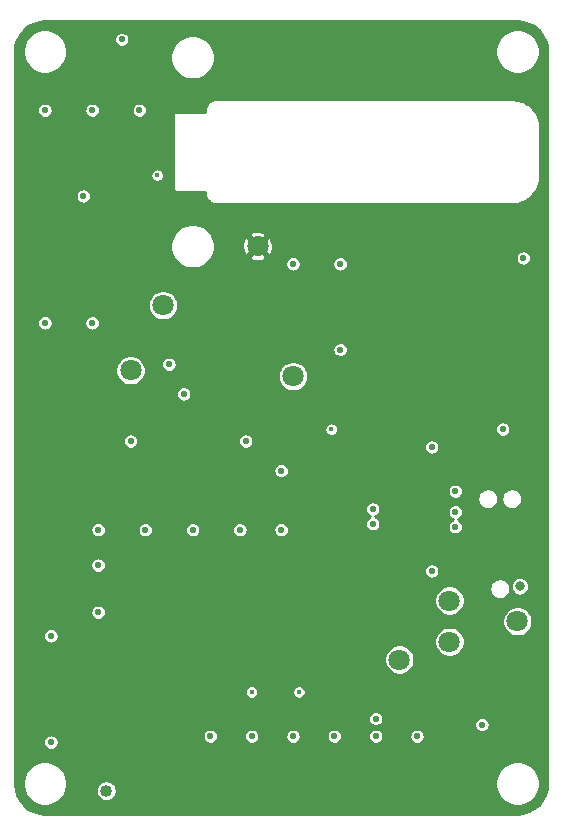
<source format=gbr>
%TF.GenerationSoftware,KiCad,Pcbnew,(5.1.9)-1*%
%TF.CreationDate,2021-03-12T11:46:57-05:00*%
%TF.ProjectId,SensorDemo,53656e73-6f72-4446-956d-6f2e6b696361,rev?*%
%TF.SameCoordinates,PX700e860PY7735940*%
%TF.FileFunction,Copper,L3,Inr*%
%TF.FilePolarity,Positive*%
%FSLAX46Y46*%
G04 Gerber Fmt 4.6, Leading zero omitted, Abs format (unit mm)*
G04 Created by KiCad (PCBNEW (5.1.9)-1) date 2021-03-12 11:46:57*
%MOMM*%
%LPD*%
G01*
G04 APERTURE LIST*
%TA.AperFunction,ComponentPad*%
%ADD10C,1.800000*%
%TD*%
%TA.AperFunction,ViaPad*%
%ADD11C,0.550000*%
%TD*%
%TA.AperFunction,ViaPad*%
%ADD12C,1.016000*%
%TD*%
%TA.AperFunction,ViaPad*%
%ADD13C,0.400000*%
%TD*%
%TA.AperFunction,ViaPad*%
%ADD14C,0.800000*%
%TD*%
%TA.AperFunction,ViaPad*%
%ADD15C,1.524000*%
%TD*%
%TA.AperFunction,Conductor*%
%ADD16C,0.254000*%
%TD*%
%TA.AperFunction,Conductor*%
%ADD17C,0.100000*%
%TD*%
G04 APERTURE END LIST*
D10*
%TO.N,/Vsen*%
%TO.C,Vsen*%
X13000000Y43500000D03*
%TD*%
%TO.N,Net-(U3-Pad7)*%
%TO.C,Vdac*%
X10250000Y38000000D03*
%TD*%
%TO.N,/sensVal*%
%TO.C,sensVal*%
X24000000Y37500000D03*
%TD*%
%TO.N,+5V*%
%TO.C,5V*%
X43000000Y16750000D03*
%TD*%
%TO.N,+3V3*%
%TO.C,3V3*%
X21000000Y48500000D03*
%TD*%
%TO.N,Net-(U2-Pad15)*%
%TO.C,~CS*%
X33000000Y13500000D03*
%TD*%
%TO.N,Net-(U2-Pad16)*%
%TO.C,DIN*%
X37250000Y15000000D03*
%TD*%
%TO.N,Net-(U2-Pad17)*%
%TO.C,SCK*%
X37250000Y18500000D03*
%TD*%
D11*
%TO.N,GND*%
X20000000Y32000000D03*
X10250000Y32000000D03*
X14750000Y36000000D03*
X3000000Y42000000D03*
X7000000Y42000000D03*
X3000000Y60000000D03*
X7000000Y60000000D03*
X9500000Y66000000D03*
X28000000Y47000000D03*
X24000000Y47000000D03*
X28000000Y39750000D03*
X35750000Y31500000D03*
X35750000Y21000000D03*
X7500000Y24500000D03*
X11500000Y24500000D03*
X15500000Y24500000D03*
X19500000Y24500000D03*
X7500000Y21500000D03*
X7500000Y17500000D03*
D12*
X8200000Y2400000D03*
D11*
X17000000Y7000000D03*
X20500000Y7000000D03*
X24000000Y7000000D03*
X27500000Y7000000D03*
X31000000Y7000000D03*
X34500000Y7000000D03*
D13*
X20500000Y10750000D03*
X24500000Y10750000D03*
D11*
X31000000Y8500000D03*
X3500000Y6500000D03*
X3500000Y15500000D03*
X23000000Y29500000D03*
X6250000Y52750000D03*
X23000000Y24500000D03*
X13500000Y38500000D03*
X43500000Y47500000D03*
X40000000Y8000000D03*
D14*
X43200000Y19700000D03*
D11*
X41750000Y33000000D03*
%TO.N,+3V3*%
X7500000Y13000000D03*
X9000000Y13000000D03*
X10500000Y13000000D03*
X12000000Y13000000D03*
X13500000Y13000000D03*
X13500000Y11500000D03*
X13500000Y10000000D03*
X7500000Y11500000D03*
X7500000Y10000000D03*
X3000000Y38000000D03*
X7000000Y38000000D03*
X11500000Y28500000D03*
X15500000Y28500000D03*
X13000000Y35000000D03*
X3000000Y56000000D03*
X7000000Y56000000D03*
X24000000Y43000000D03*
X28000000Y43000000D03*
X32000000Y39750000D03*
X36000000Y39750000D03*
X20500000Y14750000D03*
X24500000Y14750000D03*
X35000000Y8500000D03*
D15*
X10500000Y2000000D03*
D11*
X3500000Y10500000D03*
X3500000Y11500000D03*
X7000000Y48500000D03*
D14*
X44250000Y26500000D03*
D11*
%TO.N,/PGD*%
X30750000Y25000000D03*
X37750000Y24750000D03*
%TO.N,/PGC*%
X30750000Y26250000D03*
X37750000Y26000000D03*
%TO.N,Net-(R9-Pad1)*%
X11000000Y60000000D03*
D13*
%TO.N,/Vsen*%
X12500000Y54500000D03*
D11*
%TO.N,/~MCLR*%
X37750000Y27750000D03*
D13*
X27250000Y33000000D03*
%TD*%
D16*
%TO.N,+3V3*%
X43493472Y67492222D02*
X43968148Y67348910D01*
X44405953Y67116125D01*
X44790200Y66802739D01*
X45106258Y66420691D01*
X45342093Y65984523D01*
X45488717Y65510857D01*
X45542800Y64996293D01*
X45542801Y3022372D01*
X45492222Y2506529D01*
X45348908Y2031848D01*
X45116125Y1594047D01*
X44802742Y1209802D01*
X44420691Y893742D01*
X43984522Y657907D01*
X43510859Y511283D01*
X42996293Y457200D01*
X3022361Y457200D01*
X2506529Y507778D01*
X2031848Y651092D01*
X1594047Y883875D01*
X1209802Y1197258D01*
X893742Y1579309D01*
X657907Y2015478D01*
X511283Y2489141D01*
X457200Y3003707D01*
X457200Y3185262D01*
X1119000Y3185262D01*
X1119000Y2814738D01*
X1191286Y2451333D01*
X1333080Y2109013D01*
X1538932Y1800933D01*
X1800933Y1538932D01*
X2109013Y1333080D01*
X2451333Y1191286D01*
X2814738Y1119000D01*
X3185262Y1119000D01*
X3548667Y1191286D01*
X3890987Y1333080D01*
X4199067Y1538932D01*
X4461068Y1800933D01*
X4666920Y2109013D01*
X4808714Y2451333D01*
X4815919Y2487559D01*
X7311000Y2487559D01*
X7311000Y2312441D01*
X7345164Y2140688D01*
X7412179Y1978901D01*
X7509469Y1833296D01*
X7633296Y1709469D01*
X7778901Y1612179D01*
X7940688Y1545164D01*
X8112441Y1511000D01*
X8287559Y1511000D01*
X8459312Y1545164D01*
X8621099Y1612179D01*
X8766704Y1709469D01*
X8890531Y1833296D01*
X8987821Y1978901D01*
X9054836Y2140688D01*
X9089000Y2312441D01*
X9089000Y2487559D01*
X9054836Y2659312D01*
X8987821Y2821099D01*
X8890531Y2966704D01*
X8766704Y3090531D01*
X8624929Y3185262D01*
X41119000Y3185262D01*
X41119000Y2814738D01*
X41191286Y2451333D01*
X41333080Y2109013D01*
X41538932Y1800933D01*
X41800933Y1538932D01*
X42109013Y1333080D01*
X42451333Y1191286D01*
X42814738Y1119000D01*
X43185262Y1119000D01*
X43548667Y1191286D01*
X43890987Y1333080D01*
X44199067Y1538932D01*
X44461068Y1800933D01*
X44666920Y2109013D01*
X44808714Y2451333D01*
X44881000Y2814738D01*
X44881000Y3185262D01*
X44808714Y3548667D01*
X44666920Y3890987D01*
X44461068Y4199067D01*
X44199067Y4461068D01*
X43890987Y4666920D01*
X43548667Y4808714D01*
X43185262Y4881000D01*
X42814738Y4881000D01*
X42451333Y4808714D01*
X42109013Y4666920D01*
X41800933Y4461068D01*
X41538932Y4199067D01*
X41333080Y3890987D01*
X41191286Y3548667D01*
X41119000Y3185262D01*
X8624929Y3185262D01*
X8621099Y3187821D01*
X8459312Y3254836D01*
X8287559Y3289000D01*
X8112441Y3289000D01*
X7940688Y3254836D01*
X7778901Y3187821D01*
X7633296Y3090531D01*
X7509469Y2966704D01*
X7412179Y2821099D01*
X7345164Y2659312D01*
X7311000Y2487559D01*
X4815919Y2487559D01*
X4881000Y2814738D01*
X4881000Y3185262D01*
X4808714Y3548667D01*
X4666920Y3890987D01*
X4461068Y4199067D01*
X4199067Y4461068D01*
X3890987Y4666920D01*
X3548667Y4808714D01*
X3185262Y4881000D01*
X2814738Y4881000D01*
X2451333Y4808714D01*
X2109013Y4666920D01*
X1800933Y4461068D01*
X1538932Y4199067D01*
X1333080Y3890987D01*
X1191286Y3548667D01*
X1119000Y3185262D01*
X457200Y3185262D01*
X457200Y6564610D01*
X2844000Y6564610D01*
X2844000Y6435390D01*
X2869210Y6308652D01*
X2918660Y6189268D01*
X2990452Y6081824D01*
X3081824Y5990452D01*
X3189268Y5918660D01*
X3308652Y5869210D01*
X3435390Y5844000D01*
X3564610Y5844000D01*
X3691348Y5869210D01*
X3810732Y5918660D01*
X3918176Y5990452D01*
X4009548Y6081824D01*
X4081340Y6189268D01*
X4130790Y6308652D01*
X4156000Y6435390D01*
X4156000Y6564610D01*
X4130790Y6691348D01*
X4081340Y6810732D01*
X4009548Y6918176D01*
X3918176Y7009548D01*
X3835771Y7064610D01*
X16344000Y7064610D01*
X16344000Y6935390D01*
X16369210Y6808652D01*
X16418660Y6689268D01*
X16490452Y6581824D01*
X16581824Y6490452D01*
X16689268Y6418660D01*
X16808652Y6369210D01*
X16935390Y6344000D01*
X17064610Y6344000D01*
X17191348Y6369210D01*
X17310732Y6418660D01*
X17418176Y6490452D01*
X17509548Y6581824D01*
X17581340Y6689268D01*
X17630790Y6808652D01*
X17656000Y6935390D01*
X17656000Y7064610D01*
X19844000Y7064610D01*
X19844000Y6935390D01*
X19869210Y6808652D01*
X19918660Y6689268D01*
X19990452Y6581824D01*
X20081824Y6490452D01*
X20189268Y6418660D01*
X20308652Y6369210D01*
X20435390Y6344000D01*
X20564610Y6344000D01*
X20691348Y6369210D01*
X20810732Y6418660D01*
X20918176Y6490452D01*
X21009548Y6581824D01*
X21081340Y6689268D01*
X21130790Y6808652D01*
X21156000Y6935390D01*
X21156000Y7064610D01*
X23344000Y7064610D01*
X23344000Y6935390D01*
X23369210Y6808652D01*
X23418660Y6689268D01*
X23490452Y6581824D01*
X23581824Y6490452D01*
X23689268Y6418660D01*
X23808652Y6369210D01*
X23935390Y6344000D01*
X24064610Y6344000D01*
X24191348Y6369210D01*
X24310732Y6418660D01*
X24418176Y6490452D01*
X24509548Y6581824D01*
X24581340Y6689268D01*
X24630790Y6808652D01*
X24656000Y6935390D01*
X24656000Y7064610D01*
X26844000Y7064610D01*
X26844000Y6935390D01*
X26869210Y6808652D01*
X26918660Y6689268D01*
X26990452Y6581824D01*
X27081824Y6490452D01*
X27189268Y6418660D01*
X27308652Y6369210D01*
X27435390Y6344000D01*
X27564610Y6344000D01*
X27691348Y6369210D01*
X27810732Y6418660D01*
X27918176Y6490452D01*
X28009548Y6581824D01*
X28081340Y6689268D01*
X28130790Y6808652D01*
X28156000Y6935390D01*
X28156000Y7064610D01*
X30344000Y7064610D01*
X30344000Y6935390D01*
X30369210Y6808652D01*
X30418660Y6689268D01*
X30490452Y6581824D01*
X30581824Y6490452D01*
X30689268Y6418660D01*
X30808652Y6369210D01*
X30935390Y6344000D01*
X31064610Y6344000D01*
X31191348Y6369210D01*
X31310732Y6418660D01*
X31418176Y6490452D01*
X31509548Y6581824D01*
X31581340Y6689268D01*
X31630790Y6808652D01*
X31656000Y6935390D01*
X31656000Y7064610D01*
X33844000Y7064610D01*
X33844000Y6935390D01*
X33869210Y6808652D01*
X33918660Y6689268D01*
X33990452Y6581824D01*
X34081824Y6490452D01*
X34189268Y6418660D01*
X34308652Y6369210D01*
X34435390Y6344000D01*
X34564610Y6344000D01*
X34691348Y6369210D01*
X34810732Y6418660D01*
X34918176Y6490452D01*
X35009548Y6581824D01*
X35081340Y6689268D01*
X35130790Y6808652D01*
X35156000Y6935390D01*
X35156000Y7064610D01*
X35130790Y7191348D01*
X35081340Y7310732D01*
X35009548Y7418176D01*
X34918176Y7509548D01*
X34810732Y7581340D01*
X34691348Y7630790D01*
X34564610Y7656000D01*
X34435390Y7656000D01*
X34308652Y7630790D01*
X34189268Y7581340D01*
X34081824Y7509548D01*
X33990452Y7418176D01*
X33918660Y7310732D01*
X33869210Y7191348D01*
X33844000Y7064610D01*
X31656000Y7064610D01*
X31630790Y7191348D01*
X31581340Y7310732D01*
X31509548Y7418176D01*
X31418176Y7509548D01*
X31310732Y7581340D01*
X31191348Y7630790D01*
X31064610Y7656000D01*
X30935390Y7656000D01*
X30808652Y7630790D01*
X30689268Y7581340D01*
X30581824Y7509548D01*
X30490452Y7418176D01*
X30418660Y7310732D01*
X30369210Y7191348D01*
X30344000Y7064610D01*
X28156000Y7064610D01*
X28130790Y7191348D01*
X28081340Y7310732D01*
X28009548Y7418176D01*
X27918176Y7509548D01*
X27810732Y7581340D01*
X27691348Y7630790D01*
X27564610Y7656000D01*
X27435390Y7656000D01*
X27308652Y7630790D01*
X27189268Y7581340D01*
X27081824Y7509548D01*
X26990452Y7418176D01*
X26918660Y7310732D01*
X26869210Y7191348D01*
X26844000Y7064610D01*
X24656000Y7064610D01*
X24630790Y7191348D01*
X24581340Y7310732D01*
X24509548Y7418176D01*
X24418176Y7509548D01*
X24310732Y7581340D01*
X24191348Y7630790D01*
X24064610Y7656000D01*
X23935390Y7656000D01*
X23808652Y7630790D01*
X23689268Y7581340D01*
X23581824Y7509548D01*
X23490452Y7418176D01*
X23418660Y7310732D01*
X23369210Y7191348D01*
X23344000Y7064610D01*
X21156000Y7064610D01*
X21130790Y7191348D01*
X21081340Y7310732D01*
X21009548Y7418176D01*
X20918176Y7509548D01*
X20810732Y7581340D01*
X20691348Y7630790D01*
X20564610Y7656000D01*
X20435390Y7656000D01*
X20308652Y7630790D01*
X20189268Y7581340D01*
X20081824Y7509548D01*
X19990452Y7418176D01*
X19918660Y7310732D01*
X19869210Y7191348D01*
X19844000Y7064610D01*
X17656000Y7064610D01*
X17630790Y7191348D01*
X17581340Y7310732D01*
X17509548Y7418176D01*
X17418176Y7509548D01*
X17310732Y7581340D01*
X17191348Y7630790D01*
X17064610Y7656000D01*
X16935390Y7656000D01*
X16808652Y7630790D01*
X16689268Y7581340D01*
X16581824Y7509548D01*
X16490452Y7418176D01*
X16418660Y7310732D01*
X16369210Y7191348D01*
X16344000Y7064610D01*
X3835771Y7064610D01*
X3810732Y7081340D01*
X3691348Y7130790D01*
X3564610Y7156000D01*
X3435390Y7156000D01*
X3308652Y7130790D01*
X3189268Y7081340D01*
X3081824Y7009548D01*
X2990452Y6918176D01*
X2918660Y6810732D01*
X2869210Y6691348D01*
X2844000Y6564610D01*
X457200Y6564610D01*
X457200Y8564610D01*
X30344000Y8564610D01*
X30344000Y8435390D01*
X30369210Y8308652D01*
X30418660Y8189268D01*
X30490452Y8081824D01*
X30581824Y7990452D01*
X30689268Y7918660D01*
X30808652Y7869210D01*
X30935390Y7844000D01*
X31064610Y7844000D01*
X31191348Y7869210D01*
X31310732Y7918660D01*
X31418176Y7990452D01*
X31492334Y8064610D01*
X39344000Y8064610D01*
X39344000Y7935390D01*
X39369210Y7808652D01*
X39418660Y7689268D01*
X39490452Y7581824D01*
X39581824Y7490452D01*
X39689268Y7418660D01*
X39808652Y7369210D01*
X39935390Y7344000D01*
X40064610Y7344000D01*
X40191348Y7369210D01*
X40310732Y7418660D01*
X40418176Y7490452D01*
X40509548Y7581824D01*
X40581340Y7689268D01*
X40630790Y7808652D01*
X40656000Y7935390D01*
X40656000Y8064610D01*
X40630790Y8191348D01*
X40581340Y8310732D01*
X40509548Y8418176D01*
X40418176Y8509548D01*
X40310732Y8581340D01*
X40191348Y8630790D01*
X40064610Y8656000D01*
X39935390Y8656000D01*
X39808652Y8630790D01*
X39689268Y8581340D01*
X39581824Y8509548D01*
X39490452Y8418176D01*
X39418660Y8310732D01*
X39369210Y8191348D01*
X39344000Y8064610D01*
X31492334Y8064610D01*
X31509548Y8081824D01*
X31581340Y8189268D01*
X31630790Y8308652D01*
X31656000Y8435390D01*
X31656000Y8564610D01*
X31630790Y8691348D01*
X31581340Y8810732D01*
X31509548Y8918176D01*
X31418176Y9009548D01*
X31310732Y9081340D01*
X31191348Y9130790D01*
X31064610Y9156000D01*
X30935390Y9156000D01*
X30808652Y9130790D01*
X30689268Y9081340D01*
X30581824Y9009548D01*
X30490452Y8918176D01*
X30418660Y8810732D01*
X30369210Y8691348D01*
X30344000Y8564610D01*
X457200Y8564610D01*
X457200Y10807223D01*
X19919000Y10807223D01*
X19919000Y10692777D01*
X19941328Y10580529D01*
X19985125Y10474793D01*
X20048708Y10379634D01*
X20129634Y10298708D01*
X20224793Y10235125D01*
X20330529Y10191328D01*
X20442777Y10169000D01*
X20557223Y10169000D01*
X20669471Y10191328D01*
X20775207Y10235125D01*
X20870366Y10298708D01*
X20951292Y10379634D01*
X21014875Y10474793D01*
X21058672Y10580529D01*
X21081000Y10692777D01*
X21081000Y10807223D01*
X23919000Y10807223D01*
X23919000Y10692777D01*
X23941328Y10580529D01*
X23985125Y10474793D01*
X24048708Y10379634D01*
X24129634Y10298708D01*
X24224793Y10235125D01*
X24330529Y10191328D01*
X24442777Y10169000D01*
X24557223Y10169000D01*
X24669471Y10191328D01*
X24775207Y10235125D01*
X24870366Y10298708D01*
X24951292Y10379634D01*
X25014875Y10474793D01*
X25058672Y10580529D01*
X25081000Y10692777D01*
X25081000Y10807223D01*
X25058672Y10919471D01*
X25014875Y11025207D01*
X24951292Y11120366D01*
X24870366Y11201292D01*
X24775207Y11264875D01*
X24669471Y11308672D01*
X24557223Y11331000D01*
X24442777Y11331000D01*
X24330529Y11308672D01*
X24224793Y11264875D01*
X24129634Y11201292D01*
X24048708Y11120366D01*
X23985125Y11025207D01*
X23941328Y10919471D01*
X23919000Y10807223D01*
X21081000Y10807223D01*
X21058672Y10919471D01*
X21014875Y11025207D01*
X20951292Y11120366D01*
X20870366Y11201292D01*
X20775207Y11264875D01*
X20669471Y11308672D01*
X20557223Y11331000D01*
X20442777Y11331000D01*
X20330529Y11308672D01*
X20224793Y11264875D01*
X20129634Y11201292D01*
X20048708Y11120366D01*
X19985125Y11025207D01*
X19941328Y10919471D01*
X19919000Y10807223D01*
X457200Y10807223D01*
X457200Y13626167D01*
X31719000Y13626167D01*
X31719000Y13373833D01*
X31768228Y13126346D01*
X31864793Y12893219D01*
X32004982Y12683410D01*
X32183410Y12504982D01*
X32393219Y12364793D01*
X32626346Y12268228D01*
X32873833Y12219000D01*
X33126167Y12219000D01*
X33373654Y12268228D01*
X33606781Y12364793D01*
X33816590Y12504982D01*
X33995018Y12683410D01*
X34135207Y12893219D01*
X34231772Y13126346D01*
X34281000Y13373833D01*
X34281000Y13626167D01*
X34231772Y13873654D01*
X34135207Y14106781D01*
X33995018Y14316590D01*
X33816590Y14495018D01*
X33606781Y14635207D01*
X33373654Y14731772D01*
X33126167Y14781000D01*
X32873833Y14781000D01*
X32626346Y14731772D01*
X32393219Y14635207D01*
X32183410Y14495018D01*
X32004982Y14316590D01*
X31864793Y14106781D01*
X31768228Y13873654D01*
X31719000Y13626167D01*
X457200Y13626167D01*
X457200Y15564610D01*
X2844000Y15564610D01*
X2844000Y15435390D01*
X2869210Y15308652D01*
X2918660Y15189268D01*
X2990452Y15081824D01*
X3081824Y14990452D01*
X3189268Y14918660D01*
X3308652Y14869210D01*
X3435390Y14844000D01*
X3564610Y14844000D01*
X3691348Y14869210D01*
X3810732Y14918660D01*
X3918176Y14990452D01*
X4009548Y15081824D01*
X4039177Y15126167D01*
X35969000Y15126167D01*
X35969000Y14873833D01*
X36018228Y14626346D01*
X36114793Y14393219D01*
X36254982Y14183410D01*
X36433410Y14004982D01*
X36643219Y13864793D01*
X36876346Y13768228D01*
X37123833Y13719000D01*
X37376167Y13719000D01*
X37623654Y13768228D01*
X37856781Y13864793D01*
X38066590Y14004982D01*
X38245018Y14183410D01*
X38385207Y14393219D01*
X38481772Y14626346D01*
X38531000Y14873833D01*
X38531000Y15126167D01*
X38481772Y15373654D01*
X38385207Y15606781D01*
X38245018Y15816590D01*
X38066590Y15995018D01*
X37856781Y16135207D01*
X37623654Y16231772D01*
X37376167Y16281000D01*
X37123833Y16281000D01*
X36876346Y16231772D01*
X36643219Y16135207D01*
X36433410Y15995018D01*
X36254982Y15816590D01*
X36114793Y15606781D01*
X36018228Y15373654D01*
X35969000Y15126167D01*
X4039177Y15126167D01*
X4081340Y15189268D01*
X4130790Y15308652D01*
X4156000Y15435390D01*
X4156000Y15564610D01*
X4130790Y15691348D01*
X4081340Y15810732D01*
X4009548Y15918176D01*
X3918176Y16009548D01*
X3810732Y16081340D01*
X3691348Y16130790D01*
X3564610Y16156000D01*
X3435390Y16156000D01*
X3308652Y16130790D01*
X3189268Y16081340D01*
X3081824Y16009548D01*
X2990452Y15918176D01*
X2918660Y15810732D01*
X2869210Y15691348D01*
X2844000Y15564610D01*
X457200Y15564610D01*
X457200Y17564610D01*
X6844000Y17564610D01*
X6844000Y17435390D01*
X6869210Y17308652D01*
X6918660Y17189268D01*
X6990452Y17081824D01*
X7081824Y16990452D01*
X7189268Y16918660D01*
X7308652Y16869210D01*
X7435390Y16844000D01*
X7564610Y16844000D01*
X7691348Y16869210D01*
X7708143Y16876167D01*
X41719000Y16876167D01*
X41719000Y16623833D01*
X41768228Y16376346D01*
X41864793Y16143219D01*
X42004982Y15933410D01*
X42183410Y15754982D01*
X42393219Y15614793D01*
X42626346Y15518228D01*
X42873833Y15469000D01*
X43126167Y15469000D01*
X43373654Y15518228D01*
X43606781Y15614793D01*
X43816590Y15754982D01*
X43995018Y15933410D01*
X44135207Y16143219D01*
X44231772Y16376346D01*
X44281000Y16623833D01*
X44281000Y16876167D01*
X44231772Y17123654D01*
X44135207Y17356781D01*
X43995018Y17566590D01*
X43816590Y17745018D01*
X43606781Y17885207D01*
X43373654Y17981772D01*
X43126167Y18031000D01*
X42873833Y18031000D01*
X42626346Y17981772D01*
X42393219Y17885207D01*
X42183410Y17745018D01*
X42004982Y17566590D01*
X41864793Y17356781D01*
X41768228Y17123654D01*
X41719000Y16876167D01*
X7708143Y16876167D01*
X7810732Y16918660D01*
X7918176Y16990452D01*
X8009548Y17081824D01*
X8081340Y17189268D01*
X8130790Y17308652D01*
X8156000Y17435390D01*
X8156000Y17564610D01*
X8130790Y17691348D01*
X8081340Y17810732D01*
X8009548Y17918176D01*
X7918176Y18009548D01*
X7810732Y18081340D01*
X7691348Y18130790D01*
X7564610Y18156000D01*
X7435390Y18156000D01*
X7308652Y18130790D01*
X7189268Y18081340D01*
X7081824Y18009548D01*
X6990452Y17918176D01*
X6918660Y17810732D01*
X6869210Y17691348D01*
X6844000Y17564610D01*
X457200Y17564610D01*
X457200Y18626167D01*
X35969000Y18626167D01*
X35969000Y18373833D01*
X36018228Y18126346D01*
X36114793Y17893219D01*
X36254982Y17683410D01*
X36433410Y17504982D01*
X36643219Y17364793D01*
X36876346Y17268228D01*
X37123833Y17219000D01*
X37376167Y17219000D01*
X37623654Y17268228D01*
X37856781Y17364793D01*
X38066590Y17504982D01*
X38245018Y17683410D01*
X38385207Y17893219D01*
X38481772Y18126346D01*
X38531000Y18373833D01*
X38531000Y18626167D01*
X38481772Y18873654D01*
X38385207Y19106781D01*
X38245018Y19316590D01*
X38066590Y19495018D01*
X37928092Y19587559D01*
X40611000Y19587559D01*
X40611000Y19412441D01*
X40645164Y19240688D01*
X40712179Y19078901D01*
X40809469Y18933296D01*
X40933296Y18809469D01*
X41078901Y18712179D01*
X41240688Y18645164D01*
X41412441Y18611000D01*
X41587559Y18611000D01*
X41759312Y18645164D01*
X41921099Y18712179D01*
X42066704Y18809469D01*
X42190531Y18933296D01*
X42287821Y19078901D01*
X42354836Y19240688D01*
X42389000Y19412441D01*
X42389000Y19587559D01*
X42354836Y19759312D01*
X42347542Y19776922D01*
X42419000Y19776922D01*
X42419000Y19623078D01*
X42449013Y19472191D01*
X42507887Y19330058D01*
X42593358Y19202141D01*
X42702141Y19093358D01*
X42830058Y19007887D01*
X42972191Y18949013D01*
X43123078Y18919000D01*
X43276922Y18919000D01*
X43427809Y18949013D01*
X43569942Y19007887D01*
X43697859Y19093358D01*
X43806642Y19202141D01*
X43892113Y19330058D01*
X43950987Y19472191D01*
X43981000Y19623078D01*
X43981000Y19776922D01*
X43950987Y19927809D01*
X43892113Y20069942D01*
X43806642Y20197859D01*
X43697859Y20306642D01*
X43569942Y20392113D01*
X43427809Y20450987D01*
X43276922Y20481000D01*
X43123078Y20481000D01*
X42972191Y20450987D01*
X42830058Y20392113D01*
X42702141Y20306642D01*
X42593358Y20197859D01*
X42507887Y20069942D01*
X42449013Y19927809D01*
X42419000Y19776922D01*
X42347542Y19776922D01*
X42287821Y19921099D01*
X42190531Y20066704D01*
X42066704Y20190531D01*
X41921099Y20287821D01*
X41759312Y20354836D01*
X41587559Y20389000D01*
X41412441Y20389000D01*
X41240688Y20354836D01*
X41078901Y20287821D01*
X40933296Y20190531D01*
X40809469Y20066704D01*
X40712179Y19921099D01*
X40645164Y19759312D01*
X40611000Y19587559D01*
X37928092Y19587559D01*
X37856781Y19635207D01*
X37623654Y19731772D01*
X37376167Y19781000D01*
X37123833Y19781000D01*
X36876346Y19731772D01*
X36643219Y19635207D01*
X36433410Y19495018D01*
X36254982Y19316590D01*
X36114793Y19106781D01*
X36018228Y18873654D01*
X35969000Y18626167D01*
X457200Y18626167D01*
X457200Y21564610D01*
X6844000Y21564610D01*
X6844000Y21435390D01*
X6869210Y21308652D01*
X6918660Y21189268D01*
X6990452Y21081824D01*
X7081824Y20990452D01*
X7189268Y20918660D01*
X7308652Y20869210D01*
X7435390Y20844000D01*
X7564610Y20844000D01*
X7691348Y20869210D01*
X7810732Y20918660D01*
X7918176Y20990452D01*
X7992334Y21064610D01*
X35094000Y21064610D01*
X35094000Y20935390D01*
X35119210Y20808652D01*
X35168660Y20689268D01*
X35240452Y20581824D01*
X35331824Y20490452D01*
X35439268Y20418660D01*
X35558652Y20369210D01*
X35685390Y20344000D01*
X35814610Y20344000D01*
X35941348Y20369210D01*
X36060732Y20418660D01*
X36168176Y20490452D01*
X36259548Y20581824D01*
X36331340Y20689268D01*
X36380790Y20808652D01*
X36406000Y20935390D01*
X36406000Y21064610D01*
X36380790Y21191348D01*
X36331340Y21310732D01*
X36259548Y21418176D01*
X36168176Y21509548D01*
X36060732Y21581340D01*
X35941348Y21630790D01*
X35814610Y21656000D01*
X35685390Y21656000D01*
X35558652Y21630790D01*
X35439268Y21581340D01*
X35331824Y21509548D01*
X35240452Y21418176D01*
X35168660Y21310732D01*
X35119210Y21191348D01*
X35094000Y21064610D01*
X7992334Y21064610D01*
X8009548Y21081824D01*
X8081340Y21189268D01*
X8130790Y21308652D01*
X8156000Y21435390D01*
X8156000Y21564610D01*
X8130790Y21691348D01*
X8081340Y21810732D01*
X8009548Y21918176D01*
X7918176Y22009548D01*
X7810732Y22081340D01*
X7691348Y22130790D01*
X7564610Y22156000D01*
X7435390Y22156000D01*
X7308652Y22130790D01*
X7189268Y22081340D01*
X7081824Y22009548D01*
X6990452Y21918176D01*
X6918660Y21810732D01*
X6869210Y21691348D01*
X6844000Y21564610D01*
X457200Y21564610D01*
X457200Y24564610D01*
X6844000Y24564610D01*
X6844000Y24435390D01*
X6869210Y24308652D01*
X6918660Y24189268D01*
X6990452Y24081824D01*
X7081824Y23990452D01*
X7189268Y23918660D01*
X7308652Y23869210D01*
X7435390Y23844000D01*
X7564610Y23844000D01*
X7691348Y23869210D01*
X7810732Y23918660D01*
X7918176Y23990452D01*
X8009548Y24081824D01*
X8081340Y24189268D01*
X8130790Y24308652D01*
X8156000Y24435390D01*
X8156000Y24564610D01*
X10844000Y24564610D01*
X10844000Y24435390D01*
X10869210Y24308652D01*
X10918660Y24189268D01*
X10990452Y24081824D01*
X11081824Y23990452D01*
X11189268Y23918660D01*
X11308652Y23869210D01*
X11435390Y23844000D01*
X11564610Y23844000D01*
X11691348Y23869210D01*
X11810732Y23918660D01*
X11918176Y23990452D01*
X12009548Y24081824D01*
X12081340Y24189268D01*
X12130790Y24308652D01*
X12156000Y24435390D01*
X12156000Y24564610D01*
X14844000Y24564610D01*
X14844000Y24435390D01*
X14869210Y24308652D01*
X14918660Y24189268D01*
X14990452Y24081824D01*
X15081824Y23990452D01*
X15189268Y23918660D01*
X15308652Y23869210D01*
X15435390Y23844000D01*
X15564610Y23844000D01*
X15691348Y23869210D01*
X15810732Y23918660D01*
X15918176Y23990452D01*
X16009548Y24081824D01*
X16081340Y24189268D01*
X16130790Y24308652D01*
X16156000Y24435390D01*
X16156000Y24564610D01*
X18844000Y24564610D01*
X18844000Y24435390D01*
X18869210Y24308652D01*
X18918660Y24189268D01*
X18990452Y24081824D01*
X19081824Y23990452D01*
X19189268Y23918660D01*
X19308652Y23869210D01*
X19435390Y23844000D01*
X19564610Y23844000D01*
X19691348Y23869210D01*
X19810732Y23918660D01*
X19918176Y23990452D01*
X20009548Y24081824D01*
X20081340Y24189268D01*
X20130790Y24308652D01*
X20156000Y24435390D01*
X20156000Y24564610D01*
X22344000Y24564610D01*
X22344000Y24435390D01*
X22369210Y24308652D01*
X22418660Y24189268D01*
X22490452Y24081824D01*
X22581824Y23990452D01*
X22689268Y23918660D01*
X22808652Y23869210D01*
X22935390Y23844000D01*
X23064610Y23844000D01*
X23191348Y23869210D01*
X23310732Y23918660D01*
X23418176Y23990452D01*
X23509548Y24081824D01*
X23581340Y24189268D01*
X23630790Y24308652D01*
X23656000Y24435390D01*
X23656000Y24564610D01*
X23630790Y24691348D01*
X23581340Y24810732D01*
X23509548Y24918176D01*
X23418176Y25009548D01*
X23310732Y25081340D01*
X23191348Y25130790D01*
X23064610Y25156000D01*
X22935390Y25156000D01*
X22808652Y25130790D01*
X22689268Y25081340D01*
X22581824Y25009548D01*
X22490452Y24918176D01*
X22418660Y24810732D01*
X22369210Y24691348D01*
X22344000Y24564610D01*
X20156000Y24564610D01*
X20130790Y24691348D01*
X20081340Y24810732D01*
X20009548Y24918176D01*
X19918176Y25009548D01*
X19810732Y25081340D01*
X19691348Y25130790D01*
X19564610Y25156000D01*
X19435390Y25156000D01*
X19308652Y25130790D01*
X19189268Y25081340D01*
X19081824Y25009548D01*
X18990452Y24918176D01*
X18918660Y24810732D01*
X18869210Y24691348D01*
X18844000Y24564610D01*
X16156000Y24564610D01*
X16130790Y24691348D01*
X16081340Y24810732D01*
X16009548Y24918176D01*
X15918176Y25009548D01*
X15810732Y25081340D01*
X15691348Y25130790D01*
X15564610Y25156000D01*
X15435390Y25156000D01*
X15308652Y25130790D01*
X15189268Y25081340D01*
X15081824Y25009548D01*
X14990452Y24918176D01*
X14918660Y24810732D01*
X14869210Y24691348D01*
X14844000Y24564610D01*
X12156000Y24564610D01*
X12130790Y24691348D01*
X12081340Y24810732D01*
X12009548Y24918176D01*
X11918176Y25009548D01*
X11810732Y25081340D01*
X11691348Y25130790D01*
X11564610Y25156000D01*
X11435390Y25156000D01*
X11308652Y25130790D01*
X11189268Y25081340D01*
X11081824Y25009548D01*
X10990452Y24918176D01*
X10918660Y24810732D01*
X10869210Y24691348D01*
X10844000Y24564610D01*
X8156000Y24564610D01*
X8130790Y24691348D01*
X8081340Y24810732D01*
X8009548Y24918176D01*
X7918176Y25009548D01*
X7810732Y25081340D01*
X7691348Y25130790D01*
X7564610Y25156000D01*
X7435390Y25156000D01*
X7308652Y25130790D01*
X7189268Y25081340D01*
X7081824Y25009548D01*
X6990452Y24918176D01*
X6918660Y24810732D01*
X6869210Y24691348D01*
X6844000Y24564610D01*
X457200Y24564610D01*
X457200Y26314610D01*
X30094000Y26314610D01*
X30094000Y26185390D01*
X30119210Y26058652D01*
X30168660Y25939268D01*
X30240452Y25831824D01*
X30331824Y25740452D01*
X30439268Y25668660D01*
X30544674Y25625000D01*
X30439268Y25581340D01*
X30331824Y25509548D01*
X30240452Y25418176D01*
X30168660Y25310732D01*
X30119210Y25191348D01*
X30094000Y25064610D01*
X30094000Y24935390D01*
X30119210Y24808652D01*
X30168660Y24689268D01*
X30240452Y24581824D01*
X30331824Y24490452D01*
X30439268Y24418660D01*
X30558652Y24369210D01*
X30685390Y24344000D01*
X30814610Y24344000D01*
X30941348Y24369210D01*
X31060732Y24418660D01*
X31168176Y24490452D01*
X31259548Y24581824D01*
X31331340Y24689268D01*
X31380790Y24808652D01*
X31406000Y24935390D01*
X31406000Y25064610D01*
X31380790Y25191348D01*
X31331340Y25310732D01*
X31259548Y25418176D01*
X31168176Y25509548D01*
X31060732Y25581340D01*
X30955326Y25625000D01*
X31060732Y25668660D01*
X31168176Y25740452D01*
X31259548Y25831824D01*
X31331340Y25939268D01*
X31380790Y26058652D01*
X31381975Y26064610D01*
X37094000Y26064610D01*
X37094000Y25935390D01*
X37119210Y25808652D01*
X37168660Y25689268D01*
X37240452Y25581824D01*
X37331824Y25490452D01*
X37439268Y25418660D01*
X37544674Y25375000D01*
X37439268Y25331340D01*
X37331824Y25259548D01*
X37240452Y25168176D01*
X37168660Y25060732D01*
X37119210Y24941348D01*
X37094000Y24814610D01*
X37094000Y24685390D01*
X37119210Y24558652D01*
X37168660Y24439268D01*
X37240452Y24331824D01*
X37331824Y24240452D01*
X37439268Y24168660D01*
X37558652Y24119210D01*
X37685390Y24094000D01*
X37814610Y24094000D01*
X37941348Y24119210D01*
X38060732Y24168660D01*
X38168176Y24240452D01*
X38259548Y24331824D01*
X38331340Y24439268D01*
X38380790Y24558652D01*
X38406000Y24685390D01*
X38406000Y24814610D01*
X38380790Y24941348D01*
X38331340Y25060732D01*
X38259548Y25168176D01*
X38168176Y25259548D01*
X38060732Y25331340D01*
X37955326Y25375000D01*
X38060732Y25418660D01*
X38168176Y25490452D01*
X38259548Y25581824D01*
X38331340Y25689268D01*
X38380790Y25808652D01*
X38406000Y25935390D01*
X38406000Y26064610D01*
X38380790Y26191348D01*
X38331340Y26310732D01*
X38259548Y26418176D01*
X38168176Y26509548D01*
X38060732Y26581340D01*
X37941348Y26630790D01*
X37814610Y26656000D01*
X37685390Y26656000D01*
X37558652Y26630790D01*
X37439268Y26581340D01*
X37331824Y26509548D01*
X37240452Y26418176D01*
X37168660Y26310732D01*
X37119210Y26191348D01*
X37094000Y26064610D01*
X31381975Y26064610D01*
X31406000Y26185390D01*
X31406000Y26314610D01*
X31380790Y26441348D01*
X31331340Y26560732D01*
X31259548Y26668176D01*
X31168176Y26759548D01*
X31060732Y26831340D01*
X30941348Y26880790D01*
X30814610Y26906000D01*
X30685390Y26906000D01*
X30558652Y26880790D01*
X30439268Y26831340D01*
X30331824Y26759548D01*
X30240452Y26668176D01*
X30168660Y26560732D01*
X30119210Y26441348D01*
X30094000Y26314610D01*
X457200Y26314610D01*
X457200Y27814610D01*
X37094000Y27814610D01*
X37094000Y27685390D01*
X37119210Y27558652D01*
X37168660Y27439268D01*
X37240452Y27331824D01*
X37331824Y27240452D01*
X37439268Y27168660D01*
X37558652Y27119210D01*
X37685390Y27094000D01*
X37814610Y27094000D01*
X37941348Y27119210D01*
X38060732Y27168660D01*
X38118948Y27207559D01*
X39595000Y27207559D01*
X39595000Y27032441D01*
X39629164Y26860688D01*
X39696179Y26698901D01*
X39793469Y26553296D01*
X39917296Y26429469D01*
X40062901Y26332179D01*
X40224688Y26265164D01*
X40396441Y26231000D01*
X40571559Y26231000D01*
X40743312Y26265164D01*
X40905099Y26332179D01*
X41050704Y26429469D01*
X41174531Y26553296D01*
X41271821Y26698901D01*
X41338836Y26860688D01*
X41373000Y27032441D01*
X41373000Y27207559D01*
X41627000Y27207559D01*
X41627000Y27032441D01*
X41661164Y26860688D01*
X41728179Y26698901D01*
X41825469Y26553296D01*
X41949296Y26429469D01*
X42094901Y26332179D01*
X42256688Y26265164D01*
X42428441Y26231000D01*
X42603559Y26231000D01*
X42775312Y26265164D01*
X42937099Y26332179D01*
X43082704Y26429469D01*
X43206531Y26553296D01*
X43303821Y26698901D01*
X43370836Y26860688D01*
X43405000Y27032441D01*
X43405000Y27207559D01*
X43370836Y27379312D01*
X43303821Y27541099D01*
X43206531Y27686704D01*
X43082704Y27810531D01*
X42937099Y27907821D01*
X42775312Y27974836D01*
X42603559Y28009000D01*
X42428441Y28009000D01*
X42256688Y27974836D01*
X42094901Y27907821D01*
X41949296Y27810531D01*
X41825469Y27686704D01*
X41728179Y27541099D01*
X41661164Y27379312D01*
X41627000Y27207559D01*
X41373000Y27207559D01*
X41338836Y27379312D01*
X41271821Y27541099D01*
X41174531Y27686704D01*
X41050704Y27810531D01*
X40905099Y27907821D01*
X40743312Y27974836D01*
X40571559Y28009000D01*
X40396441Y28009000D01*
X40224688Y27974836D01*
X40062901Y27907821D01*
X39917296Y27810531D01*
X39793469Y27686704D01*
X39696179Y27541099D01*
X39629164Y27379312D01*
X39595000Y27207559D01*
X38118948Y27207559D01*
X38168176Y27240452D01*
X38259548Y27331824D01*
X38331340Y27439268D01*
X38380790Y27558652D01*
X38406000Y27685390D01*
X38406000Y27814610D01*
X38380790Y27941348D01*
X38331340Y28060732D01*
X38259548Y28168176D01*
X38168176Y28259548D01*
X38060732Y28331340D01*
X37941348Y28380790D01*
X37814610Y28406000D01*
X37685390Y28406000D01*
X37558652Y28380790D01*
X37439268Y28331340D01*
X37331824Y28259548D01*
X37240452Y28168176D01*
X37168660Y28060732D01*
X37119210Y27941348D01*
X37094000Y27814610D01*
X457200Y27814610D01*
X457200Y29564610D01*
X22344000Y29564610D01*
X22344000Y29435390D01*
X22369210Y29308652D01*
X22418660Y29189268D01*
X22490452Y29081824D01*
X22581824Y28990452D01*
X22689268Y28918660D01*
X22808652Y28869210D01*
X22935390Y28844000D01*
X23064610Y28844000D01*
X23191348Y28869210D01*
X23310732Y28918660D01*
X23418176Y28990452D01*
X23509548Y29081824D01*
X23581340Y29189268D01*
X23630790Y29308652D01*
X23656000Y29435390D01*
X23656000Y29564610D01*
X23630790Y29691348D01*
X23581340Y29810732D01*
X23509548Y29918176D01*
X23418176Y30009548D01*
X23310732Y30081340D01*
X23191348Y30130790D01*
X23064610Y30156000D01*
X22935390Y30156000D01*
X22808652Y30130790D01*
X22689268Y30081340D01*
X22581824Y30009548D01*
X22490452Y29918176D01*
X22418660Y29810732D01*
X22369210Y29691348D01*
X22344000Y29564610D01*
X457200Y29564610D01*
X457200Y32064610D01*
X9594000Y32064610D01*
X9594000Y31935390D01*
X9619210Y31808652D01*
X9668660Y31689268D01*
X9740452Y31581824D01*
X9831824Y31490452D01*
X9939268Y31418660D01*
X10058652Y31369210D01*
X10185390Y31344000D01*
X10314610Y31344000D01*
X10441348Y31369210D01*
X10560732Y31418660D01*
X10668176Y31490452D01*
X10759548Y31581824D01*
X10831340Y31689268D01*
X10880790Y31808652D01*
X10906000Y31935390D01*
X10906000Y32064610D01*
X19344000Y32064610D01*
X19344000Y31935390D01*
X19369210Y31808652D01*
X19418660Y31689268D01*
X19490452Y31581824D01*
X19581824Y31490452D01*
X19689268Y31418660D01*
X19808652Y31369210D01*
X19935390Y31344000D01*
X20064610Y31344000D01*
X20191348Y31369210D01*
X20310732Y31418660D01*
X20418176Y31490452D01*
X20492334Y31564610D01*
X35094000Y31564610D01*
X35094000Y31435390D01*
X35119210Y31308652D01*
X35168660Y31189268D01*
X35240452Y31081824D01*
X35331824Y30990452D01*
X35439268Y30918660D01*
X35558652Y30869210D01*
X35685390Y30844000D01*
X35814610Y30844000D01*
X35941348Y30869210D01*
X36060732Y30918660D01*
X36168176Y30990452D01*
X36259548Y31081824D01*
X36331340Y31189268D01*
X36380790Y31308652D01*
X36406000Y31435390D01*
X36406000Y31564610D01*
X36380790Y31691348D01*
X36331340Y31810732D01*
X36259548Y31918176D01*
X36168176Y32009548D01*
X36060732Y32081340D01*
X35941348Y32130790D01*
X35814610Y32156000D01*
X35685390Y32156000D01*
X35558652Y32130790D01*
X35439268Y32081340D01*
X35331824Y32009548D01*
X35240452Y31918176D01*
X35168660Y31810732D01*
X35119210Y31691348D01*
X35094000Y31564610D01*
X20492334Y31564610D01*
X20509548Y31581824D01*
X20581340Y31689268D01*
X20630790Y31808652D01*
X20656000Y31935390D01*
X20656000Y32064610D01*
X20630790Y32191348D01*
X20581340Y32310732D01*
X20509548Y32418176D01*
X20418176Y32509548D01*
X20310732Y32581340D01*
X20191348Y32630790D01*
X20064610Y32656000D01*
X19935390Y32656000D01*
X19808652Y32630790D01*
X19689268Y32581340D01*
X19581824Y32509548D01*
X19490452Y32418176D01*
X19418660Y32310732D01*
X19369210Y32191348D01*
X19344000Y32064610D01*
X10906000Y32064610D01*
X10880790Y32191348D01*
X10831340Y32310732D01*
X10759548Y32418176D01*
X10668176Y32509548D01*
X10560732Y32581340D01*
X10441348Y32630790D01*
X10314610Y32656000D01*
X10185390Y32656000D01*
X10058652Y32630790D01*
X9939268Y32581340D01*
X9831824Y32509548D01*
X9740452Y32418176D01*
X9668660Y32310732D01*
X9619210Y32191348D01*
X9594000Y32064610D01*
X457200Y32064610D01*
X457200Y33057223D01*
X26669000Y33057223D01*
X26669000Y32942777D01*
X26691328Y32830529D01*
X26735125Y32724793D01*
X26798708Y32629634D01*
X26879634Y32548708D01*
X26974793Y32485125D01*
X27080529Y32441328D01*
X27192777Y32419000D01*
X27307223Y32419000D01*
X27419471Y32441328D01*
X27525207Y32485125D01*
X27620366Y32548708D01*
X27701292Y32629634D01*
X27764875Y32724793D01*
X27808672Y32830529D01*
X27831000Y32942777D01*
X27831000Y33057223D01*
X27829531Y33064610D01*
X41094000Y33064610D01*
X41094000Y32935390D01*
X41119210Y32808652D01*
X41168660Y32689268D01*
X41240452Y32581824D01*
X41331824Y32490452D01*
X41439268Y32418660D01*
X41558652Y32369210D01*
X41685390Y32344000D01*
X41814610Y32344000D01*
X41941348Y32369210D01*
X42060732Y32418660D01*
X42168176Y32490452D01*
X42259548Y32581824D01*
X42331340Y32689268D01*
X42380790Y32808652D01*
X42406000Y32935390D01*
X42406000Y33064610D01*
X42380790Y33191348D01*
X42331340Y33310732D01*
X42259548Y33418176D01*
X42168176Y33509548D01*
X42060732Y33581340D01*
X41941348Y33630790D01*
X41814610Y33656000D01*
X41685390Y33656000D01*
X41558652Y33630790D01*
X41439268Y33581340D01*
X41331824Y33509548D01*
X41240452Y33418176D01*
X41168660Y33310732D01*
X41119210Y33191348D01*
X41094000Y33064610D01*
X27829531Y33064610D01*
X27808672Y33169471D01*
X27764875Y33275207D01*
X27701292Y33370366D01*
X27620366Y33451292D01*
X27525207Y33514875D01*
X27419471Y33558672D01*
X27307223Y33581000D01*
X27192777Y33581000D01*
X27080529Y33558672D01*
X26974793Y33514875D01*
X26879634Y33451292D01*
X26798708Y33370366D01*
X26735125Y33275207D01*
X26691328Y33169471D01*
X26669000Y33057223D01*
X457200Y33057223D01*
X457200Y36064610D01*
X14094000Y36064610D01*
X14094000Y35935390D01*
X14119210Y35808652D01*
X14168660Y35689268D01*
X14240452Y35581824D01*
X14331824Y35490452D01*
X14439268Y35418660D01*
X14558652Y35369210D01*
X14685390Y35344000D01*
X14814610Y35344000D01*
X14941348Y35369210D01*
X15060732Y35418660D01*
X15168176Y35490452D01*
X15259548Y35581824D01*
X15331340Y35689268D01*
X15380790Y35808652D01*
X15406000Y35935390D01*
X15406000Y36064610D01*
X15380790Y36191348D01*
X15331340Y36310732D01*
X15259548Y36418176D01*
X15168176Y36509548D01*
X15060732Y36581340D01*
X14941348Y36630790D01*
X14814610Y36656000D01*
X14685390Y36656000D01*
X14558652Y36630790D01*
X14439268Y36581340D01*
X14331824Y36509548D01*
X14240452Y36418176D01*
X14168660Y36310732D01*
X14119210Y36191348D01*
X14094000Y36064610D01*
X457200Y36064610D01*
X457200Y38126167D01*
X8969000Y38126167D01*
X8969000Y37873833D01*
X9018228Y37626346D01*
X9114793Y37393219D01*
X9254982Y37183410D01*
X9433410Y37004982D01*
X9643219Y36864793D01*
X9876346Y36768228D01*
X10123833Y36719000D01*
X10376167Y36719000D01*
X10623654Y36768228D01*
X10856781Y36864793D01*
X11066590Y37004982D01*
X11245018Y37183410D01*
X11385207Y37393219D01*
X11481697Y37626167D01*
X22719000Y37626167D01*
X22719000Y37373833D01*
X22768228Y37126346D01*
X22864793Y36893219D01*
X23004982Y36683410D01*
X23183410Y36504982D01*
X23393219Y36364793D01*
X23626346Y36268228D01*
X23873833Y36219000D01*
X24126167Y36219000D01*
X24373654Y36268228D01*
X24606781Y36364793D01*
X24816590Y36504982D01*
X24995018Y36683410D01*
X25135207Y36893219D01*
X25231772Y37126346D01*
X25281000Y37373833D01*
X25281000Y37626167D01*
X25231772Y37873654D01*
X25135207Y38106781D01*
X24995018Y38316590D01*
X24816590Y38495018D01*
X24606781Y38635207D01*
X24373654Y38731772D01*
X24126167Y38781000D01*
X23873833Y38781000D01*
X23626346Y38731772D01*
X23393219Y38635207D01*
X23183410Y38495018D01*
X23004982Y38316590D01*
X22864793Y38106781D01*
X22768228Y37873654D01*
X22719000Y37626167D01*
X11481697Y37626167D01*
X11481772Y37626346D01*
X11531000Y37873833D01*
X11531000Y38126167D01*
X11481772Y38373654D01*
X11402675Y38564610D01*
X12844000Y38564610D01*
X12844000Y38435390D01*
X12869210Y38308652D01*
X12918660Y38189268D01*
X12990452Y38081824D01*
X13081824Y37990452D01*
X13189268Y37918660D01*
X13308652Y37869210D01*
X13435390Y37844000D01*
X13564610Y37844000D01*
X13691348Y37869210D01*
X13810732Y37918660D01*
X13918176Y37990452D01*
X14009548Y38081824D01*
X14081340Y38189268D01*
X14130790Y38308652D01*
X14156000Y38435390D01*
X14156000Y38564610D01*
X14130790Y38691348D01*
X14081340Y38810732D01*
X14009548Y38918176D01*
X13918176Y39009548D01*
X13810732Y39081340D01*
X13691348Y39130790D01*
X13564610Y39156000D01*
X13435390Y39156000D01*
X13308652Y39130790D01*
X13189268Y39081340D01*
X13081824Y39009548D01*
X12990452Y38918176D01*
X12918660Y38810732D01*
X12869210Y38691348D01*
X12844000Y38564610D01*
X11402675Y38564610D01*
X11385207Y38606781D01*
X11245018Y38816590D01*
X11066590Y38995018D01*
X10856781Y39135207D01*
X10623654Y39231772D01*
X10376167Y39281000D01*
X10123833Y39281000D01*
X9876346Y39231772D01*
X9643219Y39135207D01*
X9433410Y38995018D01*
X9254982Y38816590D01*
X9114793Y38606781D01*
X9018228Y38373654D01*
X8969000Y38126167D01*
X457200Y38126167D01*
X457200Y39814610D01*
X27344000Y39814610D01*
X27344000Y39685390D01*
X27369210Y39558652D01*
X27418660Y39439268D01*
X27490452Y39331824D01*
X27581824Y39240452D01*
X27689268Y39168660D01*
X27808652Y39119210D01*
X27935390Y39094000D01*
X28064610Y39094000D01*
X28191348Y39119210D01*
X28310732Y39168660D01*
X28418176Y39240452D01*
X28509548Y39331824D01*
X28581340Y39439268D01*
X28630790Y39558652D01*
X28656000Y39685390D01*
X28656000Y39814610D01*
X28630790Y39941348D01*
X28581340Y40060732D01*
X28509548Y40168176D01*
X28418176Y40259548D01*
X28310732Y40331340D01*
X28191348Y40380790D01*
X28064610Y40406000D01*
X27935390Y40406000D01*
X27808652Y40380790D01*
X27689268Y40331340D01*
X27581824Y40259548D01*
X27490452Y40168176D01*
X27418660Y40060732D01*
X27369210Y39941348D01*
X27344000Y39814610D01*
X457200Y39814610D01*
X457200Y42064610D01*
X2344000Y42064610D01*
X2344000Y41935390D01*
X2369210Y41808652D01*
X2418660Y41689268D01*
X2490452Y41581824D01*
X2581824Y41490452D01*
X2689268Y41418660D01*
X2808652Y41369210D01*
X2935390Y41344000D01*
X3064610Y41344000D01*
X3191348Y41369210D01*
X3310732Y41418660D01*
X3418176Y41490452D01*
X3509548Y41581824D01*
X3581340Y41689268D01*
X3630790Y41808652D01*
X3656000Y41935390D01*
X3656000Y42064610D01*
X6344000Y42064610D01*
X6344000Y41935390D01*
X6369210Y41808652D01*
X6418660Y41689268D01*
X6490452Y41581824D01*
X6581824Y41490452D01*
X6689268Y41418660D01*
X6808652Y41369210D01*
X6935390Y41344000D01*
X7064610Y41344000D01*
X7191348Y41369210D01*
X7310732Y41418660D01*
X7418176Y41490452D01*
X7509548Y41581824D01*
X7581340Y41689268D01*
X7630790Y41808652D01*
X7656000Y41935390D01*
X7656000Y42064610D01*
X7630790Y42191348D01*
X7581340Y42310732D01*
X7509548Y42418176D01*
X7418176Y42509548D01*
X7310732Y42581340D01*
X7191348Y42630790D01*
X7064610Y42656000D01*
X6935390Y42656000D01*
X6808652Y42630790D01*
X6689268Y42581340D01*
X6581824Y42509548D01*
X6490452Y42418176D01*
X6418660Y42310732D01*
X6369210Y42191348D01*
X6344000Y42064610D01*
X3656000Y42064610D01*
X3630790Y42191348D01*
X3581340Y42310732D01*
X3509548Y42418176D01*
X3418176Y42509548D01*
X3310732Y42581340D01*
X3191348Y42630790D01*
X3064610Y42656000D01*
X2935390Y42656000D01*
X2808652Y42630790D01*
X2689268Y42581340D01*
X2581824Y42509548D01*
X2490452Y42418176D01*
X2418660Y42310732D01*
X2369210Y42191348D01*
X2344000Y42064610D01*
X457200Y42064610D01*
X457200Y43626167D01*
X11719000Y43626167D01*
X11719000Y43373833D01*
X11768228Y43126346D01*
X11864793Y42893219D01*
X12004982Y42683410D01*
X12183410Y42504982D01*
X12393219Y42364793D01*
X12626346Y42268228D01*
X12873833Y42219000D01*
X13126167Y42219000D01*
X13373654Y42268228D01*
X13606781Y42364793D01*
X13816590Y42504982D01*
X13995018Y42683410D01*
X14135207Y42893219D01*
X14231772Y43126346D01*
X14281000Y43373833D01*
X14281000Y43626167D01*
X14231772Y43873654D01*
X14135207Y44106781D01*
X13995018Y44316590D01*
X13816590Y44495018D01*
X13606781Y44635207D01*
X13373654Y44731772D01*
X13126167Y44781000D01*
X12873833Y44781000D01*
X12626346Y44731772D01*
X12393219Y44635207D01*
X12183410Y44495018D01*
X12004982Y44316590D01*
X11864793Y44106781D01*
X11768228Y43873654D01*
X11719000Y43626167D01*
X457200Y43626167D01*
X457200Y48685262D01*
X13619000Y48685262D01*
X13619000Y48314738D01*
X13691286Y47951333D01*
X13833080Y47609013D01*
X14038932Y47300933D01*
X14300933Y47038932D01*
X14609013Y46833080D01*
X14951333Y46691286D01*
X15314738Y46619000D01*
X15685262Y46619000D01*
X16048667Y46691286D01*
X16390987Y46833080D01*
X16699067Y47038932D01*
X16724745Y47064610D01*
X23344000Y47064610D01*
X23344000Y46935390D01*
X23369210Y46808652D01*
X23418660Y46689268D01*
X23490452Y46581824D01*
X23581824Y46490452D01*
X23689268Y46418660D01*
X23808652Y46369210D01*
X23935390Y46344000D01*
X24064610Y46344000D01*
X24191348Y46369210D01*
X24310732Y46418660D01*
X24418176Y46490452D01*
X24509548Y46581824D01*
X24581340Y46689268D01*
X24630790Y46808652D01*
X24656000Y46935390D01*
X24656000Y47064610D01*
X27344000Y47064610D01*
X27344000Y46935390D01*
X27369210Y46808652D01*
X27418660Y46689268D01*
X27490452Y46581824D01*
X27581824Y46490452D01*
X27689268Y46418660D01*
X27808652Y46369210D01*
X27935390Y46344000D01*
X28064610Y46344000D01*
X28191348Y46369210D01*
X28310732Y46418660D01*
X28418176Y46490452D01*
X28509548Y46581824D01*
X28581340Y46689268D01*
X28630790Y46808652D01*
X28656000Y46935390D01*
X28656000Y47064610D01*
X28630790Y47191348D01*
X28581340Y47310732D01*
X28509548Y47418176D01*
X28418176Y47509548D01*
X28335771Y47564610D01*
X42844000Y47564610D01*
X42844000Y47435390D01*
X42869210Y47308652D01*
X42918660Y47189268D01*
X42990452Y47081824D01*
X43081824Y46990452D01*
X43189268Y46918660D01*
X43308652Y46869210D01*
X43435390Y46844000D01*
X43564610Y46844000D01*
X43691348Y46869210D01*
X43810732Y46918660D01*
X43918176Y46990452D01*
X44009548Y47081824D01*
X44081340Y47189268D01*
X44130790Y47308652D01*
X44156000Y47435390D01*
X44156000Y47564610D01*
X44130790Y47691348D01*
X44081340Y47810732D01*
X44009548Y47918176D01*
X43918176Y48009548D01*
X43810732Y48081340D01*
X43691348Y48130790D01*
X43564610Y48156000D01*
X43435390Y48156000D01*
X43308652Y48130790D01*
X43189268Y48081340D01*
X43081824Y48009548D01*
X42990452Y47918176D01*
X42918660Y47810732D01*
X42869210Y47691348D01*
X42844000Y47564610D01*
X28335771Y47564610D01*
X28310732Y47581340D01*
X28191348Y47630790D01*
X28064610Y47656000D01*
X27935390Y47656000D01*
X27808652Y47630790D01*
X27689268Y47581340D01*
X27581824Y47509548D01*
X27490452Y47418176D01*
X27418660Y47310732D01*
X27369210Y47191348D01*
X27344000Y47064610D01*
X24656000Y47064610D01*
X24630790Y47191348D01*
X24581340Y47310732D01*
X24509548Y47418176D01*
X24418176Y47509548D01*
X24310732Y47581340D01*
X24191348Y47630790D01*
X24064610Y47656000D01*
X23935390Y47656000D01*
X23808652Y47630790D01*
X23689268Y47581340D01*
X23581824Y47509548D01*
X23490452Y47418176D01*
X23418660Y47310732D01*
X23369210Y47191348D01*
X23344000Y47064610D01*
X16724745Y47064610D01*
X16961068Y47300933D01*
X17142296Y47572161D01*
X20251766Y47572161D01*
X20349840Y47389067D01*
X20579065Y47283573D01*
X20824466Y47224826D01*
X21076614Y47215084D01*
X21325816Y47254720D01*
X21562498Y47342212D01*
X21650160Y47389067D01*
X21748234Y47572161D01*
X21000000Y48320395D01*
X20251766Y47572161D01*
X17142296Y47572161D01*
X17166920Y47609013D01*
X17308714Y47951333D01*
X17381000Y48314738D01*
X17381000Y48423386D01*
X19715084Y48423386D01*
X19754720Y48174184D01*
X19842212Y47937502D01*
X19889067Y47849840D01*
X20072161Y47751766D01*
X20820395Y48500000D01*
X21179605Y48500000D01*
X21927839Y47751766D01*
X22110933Y47849840D01*
X22216427Y48079065D01*
X22275174Y48324466D01*
X22284916Y48576614D01*
X22245280Y48825816D01*
X22157788Y49062498D01*
X22110933Y49150160D01*
X21927839Y49248234D01*
X21179605Y48500000D01*
X20820395Y48500000D01*
X20072161Y49248234D01*
X19889067Y49150160D01*
X19783573Y48920935D01*
X19724826Y48675534D01*
X19715084Y48423386D01*
X17381000Y48423386D01*
X17381000Y48685262D01*
X17308714Y49048667D01*
X17166920Y49390987D01*
X17142297Y49427839D01*
X20251766Y49427839D01*
X21000000Y48679605D01*
X21748234Y49427839D01*
X21650160Y49610933D01*
X21420935Y49716427D01*
X21175534Y49775174D01*
X20923386Y49784916D01*
X20674184Y49745280D01*
X20437502Y49657788D01*
X20349840Y49610933D01*
X20251766Y49427839D01*
X17142297Y49427839D01*
X16961068Y49699067D01*
X16699067Y49961068D01*
X16390987Y50166920D01*
X16048667Y50308714D01*
X15685262Y50381000D01*
X15314738Y50381000D01*
X14951333Y50308714D01*
X14609013Y50166920D01*
X14300933Y49961068D01*
X14038932Y49699067D01*
X13833080Y49390987D01*
X13691286Y49048667D01*
X13619000Y48685262D01*
X457200Y48685262D01*
X457200Y52814610D01*
X5594000Y52814610D01*
X5594000Y52685390D01*
X5619210Y52558652D01*
X5668660Y52439268D01*
X5740452Y52331824D01*
X5831824Y52240452D01*
X5939268Y52168660D01*
X6058652Y52119210D01*
X6185390Y52094000D01*
X6314610Y52094000D01*
X6441348Y52119210D01*
X6560732Y52168660D01*
X6668176Y52240452D01*
X6759548Y52331824D01*
X6831340Y52439268D01*
X6880790Y52558652D01*
X6906000Y52685390D01*
X6906000Y52814610D01*
X6880790Y52941348D01*
X6831340Y53060732D01*
X6759548Y53168176D01*
X6668176Y53259548D01*
X6560732Y53331340D01*
X6441348Y53380790D01*
X6314610Y53406000D01*
X6185390Y53406000D01*
X6058652Y53380790D01*
X5939268Y53331340D01*
X5831824Y53259548D01*
X5740452Y53168176D01*
X5668660Y53060732D01*
X5619210Y52941348D01*
X5594000Y52814610D01*
X457200Y52814610D01*
X457200Y54557223D01*
X11919000Y54557223D01*
X11919000Y54442777D01*
X11941328Y54330529D01*
X11985125Y54224793D01*
X12048708Y54129634D01*
X12129634Y54048708D01*
X12224793Y53985125D01*
X12330529Y53941328D01*
X12442777Y53919000D01*
X12557223Y53919000D01*
X12669471Y53941328D01*
X12775207Y53985125D01*
X12870366Y54048708D01*
X12951292Y54129634D01*
X13014875Y54224793D01*
X13058672Y54330529D01*
X13081000Y54442777D01*
X13081000Y54557223D01*
X13058672Y54669471D01*
X13014875Y54775207D01*
X12951292Y54870366D01*
X12870366Y54951292D01*
X12775207Y55014875D01*
X12669471Y55058672D01*
X12557223Y55081000D01*
X12442777Y55081000D01*
X12330529Y55058672D01*
X12224793Y55014875D01*
X12129634Y54951292D01*
X12048708Y54870366D01*
X11985125Y54775207D01*
X11941328Y54669471D01*
X11919000Y54557223D01*
X457200Y54557223D01*
X457200Y60064610D01*
X2344000Y60064610D01*
X2344000Y59935390D01*
X2369210Y59808652D01*
X2418660Y59689268D01*
X2490452Y59581824D01*
X2581824Y59490452D01*
X2689268Y59418660D01*
X2808652Y59369210D01*
X2935390Y59344000D01*
X3064610Y59344000D01*
X3191348Y59369210D01*
X3310732Y59418660D01*
X3418176Y59490452D01*
X3509548Y59581824D01*
X3581340Y59689268D01*
X3630790Y59808652D01*
X3656000Y59935390D01*
X3656000Y60064610D01*
X6344000Y60064610D01*
X6344000Y59935390D01*
X6369210Y59808652D01*
X6418660Y59689268D01*
X6490452Y59581824D01*
X6581824Y59490452D01*
X6689268Y59418660D01*
X6808652Y59369210D01*
X6935390Y59344000D01*
X7064610Y59344000D01*
X7191348Y59369210D01*
X7310732Y59418660D01*
X7418176Y59490452D01*
X7509548Y59581824D01*
X7581340Y59689268D01*
X7630790Y59808652D01*
X7656000Y59935390D01*
X7656000Y60064610D01*
X10344000Y60064610D01*
X10344000Y59935390D01*
X10369210Y59808652D01*
X10418660Y59689268D01*
X10490452Y59581824D01*
X10581824Y59490452D01*
X10689268Y59418660D01*
X10808652Y59369210D01*
X10935390Y59344000D01*
X11064610Y59344000D01*
X11191348Y59369210D01*
X11310732Y59418660D01*
X11418176Y59490452D01*
X11509548Y59581824D01*
X11581340Y59689268D01*
X11606495Y59750000D01*
X13873000Y59750000D01*
X13873000Y53250000D01*
X13875440Y53225224D01*
X13882667Y53201399D01*
X13894403Y53179443D01*
X13910197Y53160197D01*
X13929443Y53144403D01*
X13951399Y53132667D01*
X13975224Y53125440D01*
X14000000Y53123000D01*
X16552434Y53123000D01*
X16544694Y53037945D01*
X16544983Y52996475D01*
X16544694Y52955073D01*
X16545316Y52948730D01*
X16545316Y52948717D01*
X16545318Y52948705D01*
X16555517Y52851671D01*
X16563858Y52811036D01*
X16571614Y52770376D01*
X16573455Y52764276D01*
X16573458Y52764263D01*
X16573463Y52764251D01*
X16602315Y52671045D01*
X16618375Y52632839D01*
X16633897Y52594422D01*
X16636888Y52588795D01*
X16636892Y52588787D01*
X16636897Y52588780D01*
X16683307Y52502947D01*
X16706484Y52468585D01*
X16729168Y52433921D01*
X16733199Y52428978D01*
X16733203Y52428972D01*
X16733208Y52428967D01*
X16795405Y52353784D01*
X16824847Y52324547D01*
X16853798Y52294983D01*
X16858716Y52290913D01*
X16934337Y52229237D01*
X16968881Y52206285D01*
X17003048Y52182891D01*
X17008664Y52179854D01*
X17094825Y52134042D01*
X17133150Y52118246D01*
X17171219Y52101929D01*
X17177318Y52100041D01*
X17270736Y52071836D01*
X17311444Y52063775D01*
X17351921Y52055172D01*
X17358261Y52054505D01*
X17358266Y52054504D01*
X17358270Y52054504D01*
X17454834Y52045036D01*
X17477540Y52042800D01*
X42522460Y52042800D01*
X42542950Y52044818D01*
X42555400Y52044731D01*
X42561754Y52045354D01*
X42949946Y52086155D01*
X42990574Y52094494D01*
X43031242Y52102252D01*
X43037344Y52104094D01*
X43037354Y52104096D01*
X43037363Y52104100D01*
X43410228Y52219521D01*
X43448462Y52235593D01*
X43486849Y52251102D01*
X43492486Y52254098D01*
X43835841Y52439750D01*
X43870187Y52462916D01*
X43904869Y52485612D01*
X43909817Y52489647D01*
X44210572Y52738454D01*
X44239792Y52767878D01*
X44269376Y52796849D01*
X44273440Y52801762D01*
X44273446Y52801768D01*
X44273450Y52801775D01*
X44520146Y53104253D01*
X44543077Y53138765D01*
X44566489Y53172958D01*
X44569521Y53178566D01*
X44569526Y53178574D01*
X44569529Y53178582D01*
X44752775Y53523216D01*
X44768563Y53561521D01*
X44784890Y53599615D01*
X44786779Y53605714D01*
X44899596Y53979385D01*
X44907645Y54020036D01*
X44916260Y54060567D01*
X44916928Y54066916D01*
X44955018Y54455385D01*
X44957200Y54477540D01*
X44957200Y58522460D01*
X44955182Y58542950D01*
X44955269Y58555400D01*
X44954646Y58561754D01*
X44913845Y58949947D01*
X44905512Y58990544D01*
X44897748Y59031242D01*
X44895903Y59037354D01*
X44780479Y59410229D01*
X44764402Y59448476D01*
X44748898Y59486849D01*
X44745902Y59492486D01*
X44560251Y59835841D01*
X44537066Y59870214D01*
X44514388Y59904869D01*
X44510353Y59909817D01*
X44261546Y60210572D01*
X44232138Y60239775D01*
X44203151Y60269376D01*
X44198232Y60273446D01*
X43895747Y60520146D01*
X43861201Y60543099D01*
X43827041Y60566489D01*
X43821426Y60569526D01*
X43476784Y60752775D01*
X43438437Y60768581D01*
X43400384Y60784890D01*
X43394290Y60786778D01*
X43394284Y60786780D01*
X43020614Y60899597D01*
X42979935Y60907651D01*
X42939433Y60916260D01*
X42933084Y60916928D01*
X42544615Y60955018D01*
X42522460Y60957200D01*
X17477540Y60957200D01*
X17454887Y60954969D01*
X17448407Y60954969D01*
X17442058Y60954302D01*
X17345083Y60943425D01*
X17304503Y60934800D01*
X17263900Y60926760D01*
X17257807Y60924875D01*
X17257803Y60924874D01*
X17257800Y60924873D01*
X17257801Y60924873D01*
X17164786Y60895367D01*
X17126654Y60879024D01*
X17088388Y60863252D01*
X17082776Y60860218D01*
X17082771Y60860216D01*
X17082767Y60860213D01*
X16997259Y60813205D01*
X16963043Y60789777D01*
X16928551Y60766860D01*
X16923632Y60762791D01*
X16848880Y60700066D01*
X16819857Y60670429D01*
X16790487Y60641263D01*
X16786451Y60636316D01*
X16725305Y60560266D01*
X16702598Y60525566D01*
X16679443Y60491237D01*
X16676449Y60485606D01*
X16676446Y60485602D01*
X16676446Y60485601D01*
X16631235Y60399121D01*
X16615691Y60360649D01*
X16599656Y60322503D01*
X16597810Y60316391D01*
X16570258Y60222780D01*
X16562492Y60182069D01*
X16554161Y60141481D01*
X16553538Y60135127D01*
X16544694Y60037945D01*
X16544983Y59996475D01*
X16544694Y59955073D01*
X16545316Y59948730D01*
X16545316Y59948717D01*
X16545318Y59948705D01*
X16552855Y59877000D01*
X14000000Y59877000D01*
X13975224Y59874560D01*
X13951399Y59867333D01*
X13929443Y59855597D01*
X13910197Y59839803D01*
X13894403Y59820557D01*
X13882667Y59798601D01*
X13875440Y59774776D01*
X13873000Y59750000D01*
X11606495Y59750000D01*
X11630790Y59808652D01*
X11656000Y59935390D01*
X11656000Y60064610D01*
X11630790Y60191348D01*
X11581340Y60310732D01*
X11509548Y60418176D01*
X11418176Y60509548D01*
X11310732Y60581340D01*
X11191348Y60630790D01*
X11064610Y60656000D01*
X10935390Y60656000D01*
X10808652Y60630790D01*
X10689268Y60581340D01*
X10581824Y60509548D01*
X10490452Y60418176D01*
X10418660Y60310732D01*
X10369210Y60191348D01*
X10344000Y60064610D01*
X7656000Y60064610D01*
X7630790Y60191348D01*
X7581340Y60310732D01*
X7509548Y60418176D01*
X7418176Y60509548D01*
X7310732Y60581340D01*
X7191348Y60630790D01*
X7064610Y60656000D01*
X6935390Y60656000D01*
X6808652Y60630790D01*
X6689268Y60581340D01*
X6581824Y60509548D01*
X6490452Y60418176D01*
X6418660Y60310732D01*
X6369210Y60191348D01*
X6344000Y60064610D01*
X3656000Y60064610D01*
X3630790Y60191348D01*
X3581340Y60310732D01*
X3509548Y60418176D01*
X3418176Y60509548D01*
X3310732Y60581340D01*
X3191348Y60630790D01*
X3064610Y60656000D01*
X2935390Y60656000D01*
X2808652Y60630790D01*
X2689268Y60581340D01*
X2581824Y60509548D01*
X2490452Y60418176D01*
X2418660Y60310732D01*
X2369210Y60191348D01*
X2344000Y60064610D01*
X457200Y60064610D01*
X457200Y64977639D01*
X477557Y65185262D01*
X1119000Y65185262D01*
X1119000Y64814738D01*
X1191286Y64451333D01*
X1333080Y64109013D01*
X1538932Y63800933D01*
X1800933Y63538932D01*
X2109013Y63333080D01*
X2451333Y63191286D01*
X2814738Y63119000D01*
X3185262Y63119000D01*
X3548667Y63191286D01*
X3890987Y63333080D01*
X4199067Y63538932D01*
X4461068Y63800933D01*
X4666920Y64109013D01*
X4808714Y64451333D01*
X4855245Y64685262D01*
X13619000Y64685262D01*
X13619000Y64314738D01*
X13691286Y63951333D01*
X13833080Y63609013D01*
X14038932Y63300933D01*
X14300933Y63038932D01*
X14609013Y62833080D01*
X14951333Y62691286D01*
X15314738Y62619000D01*
X15685262Y62619000D01*
X16048667Y62691286D01*
X16390987Y62833080D01*
X16699067Y63038932D01*
X16961068Y63300933D01*
X17166920Y63609013D01*
X17308714Y63951333D01*
X17381000Y64314738D01*
X17381000Y64685262D01*
X17308714Y65048667D01*
X17252135Y65185262D01*
X41119000Y65185262D01*
X41119000Y64814738D01*
X41191286Y64451333D01*
X41333080Y64109013D01*
X41538932Y63800933D01*
X41800933Y63538932D01*
X42109013Y63333080D01*
X42451333Y63191286D01*
X42814738Y63119000D01*
X43185262Y63119000D01*
X43548667Y63191286D01*
X43890987Y63333080D01*
X44199067Y63538932D01*
X44461068Y63800933D01*
X44666920Y64109013D01*
X44808714Y64451333D01*
X44881000Y64814738D01*
X44881000Y65185262D01*
X44808714Y65548667D01*
X44666920Y65890987D01*
X44461068Y66199067D01*
X44199067Y66461068D01*
X43890987Y66666920D01*
X43548667Y66808714D01*
X43185262Y66881000D01*
X42814738Y66881000D01*
X42451333Y66808714D01*
X42109013Y66666920D01*
X41800933Y66461068D01*
X41538932Y66199067D01*
X41333080Y65890987D01*
X41191286Y65548667D01*
X41119000Y65185262D01*
X17252135Y65185262D01*
X17166920Y65390987D01*
X16961068Y65699067D01*
X16699067Y65961068D01*
X16390987Y66166920D01*
X16048667Y66308714D01*
X15685262Y66381000D01*
X15314738Y66381000D01*
X14951333Y66308714D01*
X14609013Y66166920D01*
X14300933Y65961068D01*
X14038932Y65699067D01*
X13833080Y65390987D01*
X13691286Y65048667D01*
X13619000Y64685262D01*
X4855245Y64685262D01*
X4881000Y64814738D01*
X4881000Y65185262D01*
X4808714Y65548667D01*
X4666920Y65890987D01*
X4550910Y66064610D01*
X8844000Y66064610D01*
X8844000Y65935390D01*
X8869210Y65808652D01*
X8918660Y65689268D01*
X8990452Y65581824D01*
X9081824Y65490452D01*
X9189268Y65418660D01*
X9308652Y65369210D01*
X9435390Y65344000D01*
X9564610Y65344000D01*
X9691348Y65369210D01*
X9810732Y65418660D01*
X9918176Y65490452D01*
X10009548Y65581824D01*
X10081340Y65689268D01*
X10130790Y65808652D01*
X10156000Y65935390D01*
X10156000Y66064610D01*
X10130790Y66191348D01*
X10081340Y66310732D01*
X10009548Y66418176D01*
X9918176Y66509548D01*
X9810732Y66581340D01*
X9691348Y66630790D01*
X9564610Y66656000D01*
X9435390Y66656000D01*
X9308652Y66630790D01*
X9189268Y66581340D01*
X9081824Y66509548D01*
X8990452Y66418176D01*
X8918660Y66310732D01*
X8869210Y66191348D01*
X8844000Y66064610D01*
X4550910Y66064610D01*
X4461068Y66199067D01*
X4199067Y66461068D01*
X3890987Y66666920D01*
X3548667Y66808714D01*
X3185262Y66881000D01*
X2814738Y66881000D01*
X2451333Y66808714D01*
X2109013Y66666920D01*
X1800933Y66461068D01*
X1538932Y66199067D01*
X1333080Y65890987D01*
X1191286Y65548667D01*
X1119000Y65185262D01*
X477557Y65185262D01*
X507778Y65493472D01*
X651090Y65968148D01*
X883875Y66405953D01*
X1197261Y66790200D01*
X1579309Y67106258D01*
X2015477Y67342093D01*
X2489143Y67488717D01*
X3003707Y67542800D01*
X42977639Y67542800D01*
X43493472Y67492222D01*
%TA.AperFunction,Conductor*%
D17*
G36*
X43493472Y67492222D02*
G01*
X43968148Y67348910D01*
X44405953Y67116125D01*
X44790200Y66802739D01*
X45106258Y66420691D01*
X45342093Y65984523D01*
X45488717Y65510857D01*
X45542800Y64996293D01*
X45542801Y3022372D01*
X45492222Y2506529D01*
X45348908Y2031848D01*
X45116125Y1594047D01*
X44802742Y1209802D01*
X44420691Y893742D01*
X43984522Y657907D01*
X43510859Y511283D01*
X42996293Y457200D01*
X3022361Y457200D01*
X2506529Y507778D01*
X2031848Y651092D01*
X1594047Y883875D01*
X1209802Y1197258D01*
X893742Y1579309D01*
X657907Y2015478D01*
X511283Y2489141D01*
X457200Y3003707D01*
X457200Y3185262D01*
X1119000Y3185262D01*
X1119000Y2814738D01*
X1191286Y2451333D01*
X1333080Y2109013D01*
X1538932Y1800933D01*
X1800933Y1538932D01*
X2109013Y1333080D01*
X2451333Y1191286D01*
X2814738Y1119000D01*
X3185262Y1119000D01*
X3548667Y1191286D01*
X3890987Y1333080D01*
X4199067Y1538932D01*
X4461068Y1800933D01*
X4666920Y2109013D01*
X4808714Y2451333D01*
X4815919Y2487559D01*
X7311000Y2487559D01*
X7311000Y2312441D01*
X7345164Y2140688D01*
X7412179Y1978901D01*
X7509469Y1833296D01*
X7633296Y1709469D01*
X7778901Y1612179D01*
X7940688Y1545164D01*
X8112441Y1511000D01*
X8287559Y1511000D01*
X8459312Y1545164D01*
X8621099Y1612179D01*
X8766704Y1709469D01*
X8890531Y1833296D01*
X8987821Y1978901D01*
X9054836Y2140688D01*
X9089000Y2312441D01*
X9089000Y2487559D01*
X9054836Y2659312D01*
X8987821Y2821099D01*
X8890531Y2966704D01*
X8766704Y3090531D01*
X8624929Y3185262D01*
X41119000Y3185262D01*
X41119000Y2814738D01*
X41191286Y2451333D01*
X41333080Y2109013D01*
X41538932Y1800933D01*
X41800933Y1538932D01*
X42109013Y1333080D01*
X42451333Y1191286D01*
X42814738Y1119000D01*
X43185262Y1119000D01*
X43548667Y1191286D01*
X43890987Y1333080D01*
X44199067Y1538932D01*
X44461068Y1800933D01*
X44666920Y2109013D01*
X44808714Y2451333D01*
X44881000Y2814738D01*
X44881000Y3185262D01*
X44808714Y3548667D01*
X44666920Y3890987D01*
X44461068Y4199067D01*
X44199067Y4461068D01*
X43890987Y4666920D01*
X43548667Y4808714D01*
X43185262Y4881000D01*
X42814738Y4881000D01*
X42451333Y4808714D01*
X42109013Y4666920D01*
X41800933Y4461068D01*
X41538932Y4199067D01*
X41333080Y3890987D01*
X41191286Y3548667D01*
X41119000Y3185262D01*
X8624929Y3185262D01*
X8621099Y3187821D01*
X8459312Y3254836D01*
X8287559Y3289000D01*
X8112441Y3289000D01*
X7940688Y3254836D01*
X7778901Y3187821D01*
X7633296Y3090531D01*
X7509469Y2966704D01*
X7412179Y2821099D01*
X7345164Y2659312D01*
X7311000Y2487559D01*
X4815919Y2487559D01*
X4881000Y2814738D01*
X4881000Y3185262D01*
X4808714Y3548667D01*
X4666920Y3890987D01*
X4461068Y4199067D01*
X4199067Y4461068D01*
X3890987Y4666920D01*
X3548667Y4808714D01*
X3185262Y4881000D01*
X2814738Y4881000D01*
X2451333Y4808714D01*
X2109013Y4666920D01*
X1800933Y4461068D01*
X1538932Y4199067D01*
X1333080Y3890987D01*
X1191286Y3548667D01*
X1119000Y3185262D01*
X457200Y3185262D01*
X457200Y6564610D01*
X2844000Y6564610D01*
X2844000Y6435390D01*
X2869210Y6308652D01*
X2918660Y6189268D01*
X2990452Y6081824D01*
X3081824Y5990452D01*
X3189268Y5918660D01*
X3308652Y5869210D01*
X3435390Y5844000D01*
X3564610Y5844000D01*
X3691348Y5869210D01*
X3810732Y5918660D01*
X3918176Y5990452D01*
X4009548Y6081824D01*
X4081340Y6189268D01*
X4130790Y6308652D01*
X4156000Y6435390D01*
X4156000Y6564610D01*
X4130790Y6691348D01*
X4081340Y6810732D01*
X4009548Y6918176D01*
X3918176Y7009548D01*
X3835771Y7064610D01*
X16344000Y7064610D01*
X16344000Y6935390D01*
X16369210Y6808652D01*
X16418660Y6689268D01*
X16490452Y6581824D01*
X16581824Y6490452D01*
X16689268Y6418660D01*
X16808652Y6369210D01*
X16935390Y6344000D01*
X17064610Y6344000D01*
X17191348Y6369210D01*
X17310732Y6418660D01*
X17418176Y6490452D01*
X17509548Y6581824D01*
X17581340Y6689268D01*
X17630790Y6808652D01*
X17656000Y6935390D01*
X17656000Y7064610D01*
X19844000Y7064610D01*
X19844000Y6935390D01*
X19869210Y6808652D01*
X19918660Y6689268D01*
X19990452Y6581824D01*
X20081824Y6490452D01*
X20189268Y6418660D01*
X20308652Y6369210D01*
X20435390Y6344000D01*
X20564610Y6344000D01*
X20691348Y6369210D01*
X20810732Y6418660D01*
X20918176Y6490452D01*
X21009548Y6581824D01*
X21081340Y6689268D01*
X21130790Y6808652D01*
X21156000Y6935390D01*
X21156000Y7064610D01*
X23344000Y7064610D01*
X23344000Y6935390D01*
X23369210Y6808652D01*
X23418660Y6689268D01*
X23490452Y6581824D01*
X23581824Y6490452D01*
X23689268Y6418660D01*
X23808652Y6369210D01*
X23935390Y6344000D01*
X24064610Y6344000D01*
X24191348Y6369210D01*
X24310732Y6418660D01*
X24418176Y6490452D01*
X24509548Y6581824D01*
X24581340Y6689268D01*
X24630790Y6808652D01*
X24656000Y6935390D01*
X24656000Y7064610D01*
X26844000Y7064610D01*
X26844000Y6935390D01*
X26869210Y6808652D01*
X26918660Y6689268D01*
X26990452Y6581824D01*
X27081824Y6490452D01*
X27189268Y6418660D01*
X27308652Y6369210D01*
X27435390Y6344000D01*
X27564610Y6344000D01*
X27691348Y6369210D01*
X27810732Y6418660D01*
X27918176Y6490452D01*
X28009548Y6581824D01*
X28081340Y6689268D01*
X28130790Y6808652D01*
X28156000Y6935390D01*
X28156000Y7064610D01*
X30344000Y7064610D01*
X30344000Y6935390D01*
X30369210Y6808652D01*
X30418660Y6689268D01*
X30490452Y6581824D01*
X30581824Y6490452D01*
X30689268Y6418660D01*
X30808652Y6369210D01*
X30935390Y6344000D01*
X31064610Y6344000D01*
X31191348Y6369210D01*
X31310732Y6418660D01*
X31418176Y6490452D01*
X31509548Y6581824D01*
X31581340Y6689268D01*
X31630790Y6808652D01*
X31656000Y6935390D01*
X31656000Y7064610D01*
X33844000Y7064610D01*
X33844000Y6935390D01*
X33869210Y6808652D01*
X33918660Y6689268D01*
X33990452Y6581824D01*
X34081824Y6490452D01*
X34189268Y6418660D01*
X34308652Y6369210D01*
X34435390Y6344000D01*
X34564610Y6344000D01*
X34691348Y6369210D01*
X34810732Y6418660D01*
X34918176Y6490452D01*
X35009548Y6581824D01*
X35081340Y6689268D01*
X35130790Y6808652D01*
X35156000Y6935390D01*
X35156000Y7064610D01*
X35130790Y7191348D01*
X35081340Y7310732D01*
X35009548Y7418176D01*
X34918176Y7509548D01*
X34810732Y7581340D01*
X34691348Y7630790D01*
X34564610Y7656000D01*
X34435390Y7656000D01*
X34308652Y7630790D01*
X34189268Y7581340D01*
X34081824Y7509548D01*
X33990452Y7418176D01*
X33918660Y7310732D01*
X33869210Y7191348D01*
X33844000Y7064610D01*
X31656000Y7064610D01*
X31630790Y7191348D01*
X31581340Y7310732D01*
X31509548Y7418176D01*
X31418176Y7509548D01*
X31310732Y7581340D01*
X31191348Y7630790D01*
X31064610Y7656000D01*
X30935390Y7656000D01*
X30808652Y7630790D01*
X30689268Y7581340D01*
X30581824Y7509548D01*
X30490452Y7418176D01*
X30418660Y7310732D01*
X30369210Y7191348D01*
X30344000Y7064610D01*
X28156000Y7064610D01*
X28130790Y7191348D01*
X28081340Y7310732D01*
X28009548Y7418176D01*
X27918176Y7509548D01*
X27810732Y7581340D01*
X27691348Y7630790D01*
X27564610Y7656000D01*
X27435390Y7656000D01*
X27308652Y7630790D01*
X27189268Y7581340D01*
X27081824Y7509548D01*
X26990452Y7418176D01*
X26918660Y7310732D01*
X26869210Y7191348D01*
X26844000Y7064610D01*
X24656000Y7064610D01*
X24630790Y7191348D01*
X24581340Y7310732D01*
X24509548Y7418176D01*
X24418176Y7509548D01*
X24310732Y7581340D01*
X24191348Y7630790D01*
X24064610Y7656000D01*
X23935390Y7656000D01*
X23808652Y7630790D01*
X23689268Y7581340D01*
X23581824Y7509548D01*
X23490452Y7418176D01*
X23418660Y7310732D01*
X23369210Y7191348D01*
X23344000Y7064610D01*
X21156000Y7064610D01*
X21130790Y7191348D01*
X21081340Y7310732D01*
X21009548Y7418176D01*
X20918176Y7509548D01*
X20810732Y7581340D01*
X20691348Y7630790D01*
X20564610Y7656000D01*
X20435390Y7656000D01*
X20308652Y7630790D01*
X20189268Y7581340D01*
X20081824Y7509548D01*
X19990452Y7418176D01*
X19918660Y7310732D01*
X19869210Y7191348D01*
X19844000Y7064610D01*
X17656000Y7064610D01*
X17630790Y7191348D01*
X17581340Y7310732D01*
X17509548Y7418176D01*
X17418176Y7509548D01*
X17310732Y7581340D01*
X17191348Y7630790D01*
X17064610Y7656000D01*
X16935390Y7656000D01*
X16808652Y7630790D01*
X16689268Y7581340D01*
X16581824Y7509548D01*
X16490452Y7418176D01*
X16418660Y7310732D01*
X16369210Y7191348D01*
X16344000Y7064610D01*
X3835771Y7064610D01*
X3810732Y7081340D01*
X3691348Y7130790D01*
X3564610Y7156000D01*
X3435390Y7156000D01*
X3308652Y7130790D01*
X3189268Y7081340D01*
X3081824Y7009548D01*
X2990452Y6918176D01*
X2918660Y6810732D01*
X2869210Y6691348D01*
X2844000Y6564610D01*
X457200Y6564610D01*
X457200Y8564610D01*
X30344000Y8564610D01*
X30344000Y8435390D01*
X30369210Y8308652D01*
X30418660Y8189268D01*
X30490452Y8081824D01*
X30581824Y7990452D01*
X30689268Y7918660D01*
X30808652Y7869210D01*
X30935390Y7844000D01*
X31064610Y7844000D01*
X31191348Y7869210D01*
X31310732Y7918660D01*
X31418176Y7990452D01*
X31492334Y8064610D01*
X39344000Y8064610D01*
X39344000Y7935390D01*
X39369210Y7808652D01*
X39418660Y7689268D01*
X39490452Y7581824D01*
X39581824Y7490452D01*
X39689268Y7418660D01*
X39808652Y7369210D01*
X39935390Y7344000D01*
X40064610Y7344000D01*
X40191348Y7369210D01*
X40310732Y7418660D01*
X40418176Y7490452D01*
X40509548Y7581824D01*
X40581340Y7689268D01*
X40630790Y7808652D01*
X40656000Y7935390D01*
X40656000Y8064610D01*
X40630790Y8191348D01*
X40581340Y8310732D01*
X40509548Y8418176D01*
X40418176Y8509548D01*
X40310732Y8581340D01*
X40191348Y8630790D01*
X40064610Y8656000D01*
X39935390Y8656000D01*
X39808652Y8630790D01*
X39689268Y8581340D01*
X39581824Y8509548D01*
X39490452Y8418176D01*
X39418660Y8310732D01*
X39369210Y8191348D01*
X39344000Y8064610D01*
X31492334Y8064610D01*
X31509548Y8081824D01*
X31581340Y8189268D01*
X31630790Y8308652D01*
X31656000Y8435390D01*
X31656000Y8564610D01*
X31630790Y8691348D01*
X31581340Y8810732D01*
X31509548Y8918176D01*
X31418176Y9009548D01*
X31310732Y9081340D01*
X31191348Y9130790D01*
X31064610Y9156000D01*
X30935390Y9156000D01*
X30808652Y9130790D01*
X30689268Y9081340D01*
X30581824Y9009548D01*
X30490452Y8918176D01*
X30418660Y8810732D01*
X30369210Y8691348D01*
X30344000Y8564610D01*
X457200Y8564610D01*
X457200Y10807223D01*
X19919000Y10807223D01*
X19919000Y10692777D01*
X19941328Y10580529D01*
X19985125Y10474793D01*
X20048708Y10379634D01*
X20129634Y10298708D01*
X20224793Y10235125D01*
X20330529Y10191328D01*
X20442777Y10169000D01*
X20557223Y10169000D01*
X20669471Y10191328D01*
X20775207Y10235125D01*
X20870366Y10298708D01*
X20951292Y10379634D01*
X21014875Y10474793D01*
X21058672Y10580529D01*
X21081000Y10692777D01*
X21081000Y10807223D01*
X23919000Y10807223D01*
X23919000Y10692777D01*
X23941328Y10580529D01*
X23985125Y10474793D01*
X24048708Y10379634D01*
X24129634Y10298708D01*
X24224793Y10235125D01*
X24330529Y10191328D01*
X24442777Y10169000D01*
X24557223Y10169000D01*
X24669471Y10191328D01*
X24775207Y10235125D01*
X24870366Y10298708D01*
X24951292Y10379634D01*
X25014875Y10474793D01*
X25058672Y10580529D01*
X25081000Y10692777D01*
X25081000Y10807223D01*
X25058672Y10919471D01*
X25014875Y11025207D01*
X24951292Y11120366D01*
X24870366Y11201292D01*
X24775207Y11264875D01*
X24669471Y11308672D01*
X24557223Y11331000D01*
X24442777Y11331000D01*
X24330529Y11308672D01*
X24224793Y11264875D01*
X24129634Y11201292D01*
X24048708Y11120366D01*
X23985125Y11025207D01*
X23941328Y10919471D01*
X23919000Y10807223D01*
X21081000Y10807223D01*
X21058672Y10919471D01*
X21014875Y11025207D01*
X20951292Y11120366D01*
X20870366Y11201292D01*
X20775207Y11264875D01*
X20669471Y11308672D01*
X20557223Y11331000D01*
X20442777Y11331000D01*
X20330529Y11308672D01*
X20224793Y11264875D01*
X20129634Y11201292D01*
X20048708Y11120366D01*
X19985125Y11025207D01*
X19941328Y10919471D01*
X19919000Y10807223D01*
X457200Y10807223D01*
X457200Y13626167D01*
X31719000Y13626167D01*
X31719000Y13373833D01*
X31768228Y13126346D01*
X31864793Y12893219D01*
X32004982Y12683410D01*
X32183410Y12504982D01*
X32393219Y12364793D01*
X32626346Y12268228D01*
X32873833Y12219000D01*
X33126167Y12219000D01*
X33373654Y12268228D01*
X33606781Y12364793D01*
X33816590Y12504982D01*
X33995018Y12683410D01*
X34135207Y12893219D01*
X34231772Y13126346D01*
X34281000Y13373833D01*
X34281000Y13626167D01*
X34231772Y13873654D01*
X34135207Y14106781D01*
X33995018Y14316590D01*
X33816590Y14495018D01*
X33606781Y14635207D01*
X33373654Y14731772D01*
X33126167Y14781000D01*
X32873833Y14781000D01*
X32626346Y14731772D01*
X32393219Y14635207D01*
X32183410Y14495018D01*
X32004982Y14316590D01*
X31864793Y14106781D01*
X31768228Y13873654D01*
X31719000Y13626167D01*
X457200Y13626167D01*
X457200Y15564610D01*
X2844000Y15564610D01*
X2844000Y15435390D01*
X2869210Y15308652D01*
X2918660Y15189268D01*
X2990452Y15081824D01*
X3081824Y14990452D01*
X3189268Y14918660D01*
X3308652Y14869210D01*
X3435390Y14844000D01*
X3564610Y14844000D01*
X3691348Y14869210D01*
X3810732Y14918660D01*
X3918176Y14990452D01*
X4009548Y15081824D01*
X4039177Y15126167D01*
X35969000Y15126167D01*
X35969000Y14873833D01*
X36018228Y14626346D01*
X36114793Y14393219D01*
X36254982Y14183410D01*
X36433410Y14004982D01*
X36643219Y13864793D01*
X36876346Y13768228D01*
X37123833Y13719000D01*
X37376167Y13719000D01*
X37623654Y13768228D01*
X37856781Y13864793D01*
X38066590Y14004982D01*
X38245018Y14183410D01*
X38385207Y14393219D01*
X38481772Y14626346D01*
X38531000Y14873833D01*
X38531000Y15126167D01*
X38481772Y15373654D01*
X38385207Y15606781D01*
X38245018Y15816590D01*
X38066590Y15995018D01*
X37856781Y16135207D01*
X37623654Y16231772D01*
X37376167Y16281000D01*
X37123833Y16281000D01*
X36876346Y16231772D01*
X36643219Y16135207D01*
X36433410Y15995018D01*
X36254982Y15816590D01*
X36114793Y15606781D01*
X36018228Y15373654D01*
X35969000Y15126167D01*
X4039177Y15126167D01*
X4081340Y15189268D01*
X4130790Y15308652D01*
X4156000Y15435390D01*
X4156000Y15564610D01*
X4130790Y15691348D01*
X4081340Y15810732D01*
X4009548Y15918176D01*
X3918176Y16009548D01*
X3810732Y16081340D01*
X3691348Y16130790D01*
X3564610Y16156000D01*
X3435390Y16156000D01*
X3308652Y16130790D01*
X3189268Y16081340D01*
X3081824Y16009548D01*
X2990452Y15918176D01*
X2918660Y15810732D01*
X2869210Y15691348D01*
X2844000Y15564610D01*
X457200Y15564610D01*
X457200Y17564610D01*
X6844000Y17564610D01*
X6844000Y17435390D01*
X6869210Y17308652D01*
X6918660Y17189268D01*
X6990452Y17081824D01*
X7081824Y16990452D01*
X7189268Y16918660D01*
X7308652Y16869210D01*
X7435390Y16844000D01*
X7564610Y16844000D01*
X7691348Y16869210D01*
X7708143Y16876167D01*
X41719000Y16876167D01*
X41719000Y16623833D01*
X41768228Y16376346D01*
X41864793Y16143219D01*
X42004982Y15933410D01*
X42183410Y15754982D01*
X42393219Y15614793D01*
X42626346Y15518228D01*
X42873833Y15469000D01*
X43126167Y15469000D01*
X43373654Y15518228D01*
X43606781Y15614793D01*
X43816590Y15754982D01*
X43995018Y15933410D01*
X44135207Y16143219D01*
X44231772Y16376346D01*
X44281000Y16623833D01*
X44281000Y16876167D01*
X44231772Y17123654D01*
X44135207Y17356781D01*
X43995018Y17566590D01*
X43816590Y17745018D01*
X43606781Y17885207D01*
X43373654Y17981772D01*
X43126167Y18031000D01*
X42873833Y18031000D01*
X42626346Y17981772D01*
X42393219Y17885207D01*
X42183410Y17745018D01*
X42004982Y17566590D01*
X41864793Y17356781D01*
X41768228Y17123654D01*
X41719000Y16876167D01*
X7708143Y16876167D01*
X7810732Y16918660D01*
X7918176Y16990452D01*
X8009548Y17081824D01*
X8081340Y17189268D01*
X8130790Y17308652D01*
X8156000Y17435390D01*
X8156000Y17564610D01*
X8130790Y17691348D01*
X8081340Y17810732D01*
X8009548Y17918176D01*
X7918176Y18009548D01*
X7810732Y18081340D01*
X7691348Y18130790D01*
X7564610Y18156000D01*
X7435390Y18156000D01*
X7308652Y18130790D01*
X7189268Y18081340D01*
X7081824Y18009548D01*
X6990452Y17918176D01*
X6918660Y17810732D01*
X6869210Y17691348D01*
X6844000Y17564610D01*
X457200Y17564610D01*
X457200Y18626167D01*
X35969000Y18626167D01*
X35969000Y18373833D01*
X36018228Y18126346D01*
X36114793Y17893219D01*
X36254982Y17683410D01*
X36433410Y17504982D01*
X36643219Y17364793D01*
X36876346Y17268228D01*
X37123833Y17219000D01*
X37376167Y17219000D01*
X37623654Y17268228D01*
X37856781Y17364793D01*
X38066590Y17504982D01*
X38245018Y17683410D01*
X38385207Y17893219D01*
X38481772Y18126346D01*
X38531000Y18373833D01*
X38531000Y18626167D01*
X38481772Y18873654D01*
X38385207Y19106781D01*
X38245018Y19316590D01*
X38066590Y19495018D01*
X37928092Y19587559D01*
X40611000Y19587559D01*
X40611000Y19412441D01*
X40645164Y19240688D01*
X40712179Y19078901D01*
X40809469Y18933296D01*
X40933296Y18809469D01*
X41078901Y18712179D01*
X41240688Y18645164D01*
X41412441Y18611000D01*
X41587559Y18611000D01*
X41759312Y18645164D01*
X41921099Y18712179D01*
X42066704Y18809469D01*
X42190531Y18933296D01*
X42287821Y19078901D01*
X42354836Y19240688D01*
X42389000Y19412441D01*
X42389000Y19587559D01*
X42354836Y19759312D01*
X42347542Y19776922D01*
X42419000Y19776922D01*
X42419000Y19623078D01*
X42449013Y19472191D01*
X42507887Y19330058D01*
X42593358Y19202141D01*
X42702141Y19093358D01*
X42830058Y19007887D01*
X42972191Y18949013D01*
X43123078Y18919000D01*
X43276922Y18919000D01*
X43427809Y18949013D01*
X43569942Y19007887D01*
X43697859Y19093358D01*
X43806642Y19202141D01*
X43892113Y19330058D01*
X43950987Y19472191D01*
X43981000Y19623078D01*
X43981000Y19776922D01*
X43950987Y19927809D01*
X43892113Y20069942D01*
X43806642Y20197859D01*
X43697859Y20306642D01*
X43569942Y20392113D01*
X43427809Y20450987D01*
X43276922Y20481000D01*
X43123078Y20481000D01*
X42972191Y20450987D01*
X42830058Y20392113D01*
X42702141Y20306642D01*
X42593358Y20197859D01*
X42507887Y20069942D01*
X42449013Y19927809D01*
X42419000Y19776922D01*
X42347542Y19776922D01*
X42287821Y19921099D01*
X42190531Y20066704D01*
X42066704Y20190531D01*
X41921099Y20287821D01*
X41759312Y20354836D01*
X41587559Y20389000D01*
X41412441Y20389000D01*
X41240688Y20354836D01*
X41078901Y20287821D01*
X40933296Y20190531D01*
X40809469Y20066704D01*
X40712179Y19921099D01*
X40645164Y19759312D01*
X40611000Y19587559D01*
X37928092Y19587559D01*
X37856781Y19635207D01*
X37623654Y19731772D01*
X37376167Y19781000D01*
X37123833Y19781000D01*
X36876346Y19731772D01*
X36643219Y19635207D01*
X36433410Y19495018D01*
X36254982Y19316590D01*
X36114793Y19106781D01*
X36018228Y18873654D01*
X35969000Y18626167D01*
X457200Y18626167D01*
X457200Y21564610D01*
X6844000Y21564610D01*
X6844000Y21435390D01*
X6869210Y21308652D01*
X6918660Y21189268D01*
X6990452Y21081824D01*
X7081824Y20990452D01*
X7189268Y20918660D01*
X7308652Y20869210D01*
X7435390Y20844000D01*
X7564610Y20844000D01*
X7691348Y20869210D01*
X7810732Y20918660D01*
X7918176Y20990452D01*
X7992334Y21064610D01*
X35094000Y21064610D01*
X35094000Y20935390D01*
X35119210Y20808652D01*
X35168660Y20689268D01*
X35240452Y20581824D01*
X35331824Y20490452D01*
X35439268Y20418660D01*
X35558652Y20369210D01*
X35685390Y20344000D01*
X35814610Y20344000D01*
X35941348Y20369210D01*
X36060732Y20418660D01*
X36168176Y20490452D01*
X36259548Y20581824D01*
X36331340Y20689268D01*
X36380790Y20808652D01*
X36406000Y20935390D01*
X36406000Y21064610D01*
X36380790Y21191348D01*
X36331340Y21310732D01*
X36259548Y21418176D01*
X36168176Y21509548D01*
X36060732Y21581340D01*
X35941348Y21630790D01*
X35814610Y21656000D01*
X35685390Y21656000D01*
X35558652Y21630790D01*
X35439268Y21581340D01*
X35331824Y21509548D01*
X35240452Y21418176D01*
X35168660Y21310732D01*
X35119210Y21191348D01*
X35094000Y21064610D01*
X7992334Y21064610D01*
X8009548Y21081824D01*
X8081340Y21189268D01*
X8130790Y21308652D01*
X8156000Y21435390D01*
X8156000Y21564610D01*
X8130790Y21691348D01*
X8081340Y21810732D01*
X8009548Y21918176D01*
X7918176Y22009548D01*
X7810732Y22081340D01*
X7691348Y22130790D01*
X7564610Y22156000D01*
X7435390Y22156000D01*
X7308652Y22130790D01*
X7189268Y22081340D01*
X7081824Y22009548D01*
X6990452Y21918176D01*
X6918660Y21810732D01*
X6869210Y21691348D01*
X6844000Y21564610D01*
X457200Y21564610D01*
X457200Y24564610D01*
X6844000Y24564610D01*
X6844000Y24435390D01*
X6869210Y24308652D01*
X6918660Y24189268D01*
X6990452Y24081824D01*
X7081824Y23990452D01*
X7189268Y23918660D01*
X7308652Y23869210D01*
X7435390Y23844000D01*
X7564610Y23844000D01*
X7691348Y23869210D01*
X7810732Y23918660D01*
X7918176Y23990452D01*
X8009548Y24081824D01*
X8081340Y24189268D01*
X8130790Y24308652D01*
X8156000Y24435390D01*
X8156000Y24564610D01*
X10844000Y24564610D01*
X10844000Y24435390D01*
X10869210Y24308652D01*
X10918660Y24189268D01*
X10990452Y24081824D01*
X11081824Y23990452D01*
X11189268Y23918660D01*
X11308652Y23869210D01*
X11435390Y23844000D01*
X11564610Y23844000D01*
X11691348Y23869210D01*
X11810732Y23918660D01*
X11918176Y23990452D01*
X12009548Y24081824D01*
X12081340Y24189268D01*
X12130790Y24308652D01*
X12156000Y24435390D01*
X12156000Y24564610D01*
X14844000Y24564610D01*
X14844000Y24435390D01*
X14869210Y24308652D01*
X14918660Y24189268D01*
X14990452Y24081824D01*
X15081824Y23990452D01*
X15189268Y23918660D01*
X15308652Y23869210D01*
X15435390Y23844000D01*
X15564610Y23844000D01*
X15691348Y23869210D01*
X15810732Y23918660D01*
X15918176Y23990452D01*
X16009548Y24081824D01*
X16081340Y24189268D01*
X16130790Y24308652D01*
X16156000Y24435390D01*
X16156000Y24564610D01*
X18844000Y24564610D01*
X18844000Y24435390D01*
X18869210Y24308652D01*
X18918660Y24189268D01*
X18990452Y24081824D01*
X19081824Y23990452D01*
X19189268Y23918660D01*
X19308652Y23869210D01*
X19435390Y23844000D01*
X19564610Y23844000D01*
X19691348Y23869210D01*
X19810732Y23918660D01*
X19918176Y23990452D01*
X20009548Y24081824D01*
X20081340Y24189268D01*
X20130790Y24308652D01*
X20156000Y24435390D01*
X20156000Y24564610D01*
X22344000Y24564610D01*
X22344000Y24435390D01*
X22369210Y24308652D01*
X22418660Y24189268D01*
X22490452Y24081824D01*
X22581824Y23990452D01*
X22689268Y23918660D01*
X22808652Y23869210D01*
X22935390Y23844000D01*
X23064610Y23844000D01*
X23191348Y23869210D01*
X23310732Y23918660D01*
X23418176Y23990452D01*
X23509548Y24081824D01*
X23581340Y24189268D01*
X23630790Y24308652D01*
X23656000Y24435390D01*
X23656000Y24564610D01*
X23630790Y24691348D01*
X23581340Y24810732D01*
X23509548Y24918176D01*
X23418176Y25009548D01*
X23310732Y25081340D01*
X23191348Y25130790D01*
X23064610Y25156000D01*
X22935390Y25156000D01*
X22808652Y25130790D01*
X22689268Y25081340D01*
X22581824Y25009548D01*
X22490452Y24918176D01*
X22418660Y24810732D01*
X22369210Y24691348D01*
X22344000Y24564610D01*
X20156000Y24564610D01*
X20130790Y24691348D01*
X20081340Y24810732D01*
X20009548Y24918176D01*
X19918176Y25009548D01*
X19810732Y25081340D01*
X19691348Y25130790D01*
X19564610Y25156000D01*
X19435390Y25156000D01*
X19308652Y25130790D01*
X19189268Y25081340D01*
X19081824Y25009548D01*
X18990452Y24918176D01*
X18918660Y24810732D01*
X18869210Y24691348D01*
X18844000Y24564610D01*
X16156000Y24564610D01*
X16130790Y24691348D01*
X16081340Y24810732D01*
X16009548Y24918176D01*
X15918176Y25009548D01*
X15810732Y25081340D01*
X15691348Y25130790D01*
X15564610Y25156000D01*
X15435390Y25156000D01*
X15308652Y25130790D01*
X15189268Y25081340D01*
X15081824Y25009548D01*
X14990452Y24918176D01*
X14918660Y24810732D01*
X14869210Y24691348D01*
X14844000Y24564610D01*
X12156000Y24564610D01*
X12130790Y24691348D01*
X12081340Y24810732D01*
X12009548Y24918176D01*
X11918176Y25009548D01*
X11810732Y25081340D01*
X11691348Y25130790D01*
X11564610Y25156000D01*
X11435390Y25156000D01*
X11308652Y25130790D01*
X11189268Y25081340D01*
X11081824Y25009548D01*
X10990452Y24918176D01*
X10918660Y24810732D01*
X10869210Y24691348D01*
X10844000Y24564610D01*
X8156000Y24564610D01*
X8130790Y24691348D01*
X8081340Y24810732D01*
X8009548Y24918176D01*
X7918176Y25009548D01*
X7810732Y25081340D01*
X7691348Y25130790D01*
X7564610Y25156000D01*
X7435390Y25156000D01*
X7308652Y25130790D01*
X7189268Y25081340D01*
X7081824Y25009548D01*
X6990452Y24918176D01*
X6918660Y24810732D01*
X6869210Y24691348D01*
X6844000Y24564610D01*
X457200Y24564610D01*
X457200Y26314610D01*
X30094000Y26314610D01*
X30094000Y26185390D01*
X30119210Y26058652D01*
X30168660Y25939268D01*
X30240452Y25831824D01*
X30331824Y25740452D01*
X30439268Y25668660D01*
X30544674Y25625000D01*
X30439268Y25581340D01*
X30331824Y25509548D01*
X30240452Y25418176D01*
X30168660Y25310732D01*
X30119210Y25191348D01*
X30094000Y25064610D01*
X30094000Y24935390D01*
X30119210Y24808652D01*
X30168660Y24689268D01*
X30240452Y24581824D01*
X30331824Y24490452D01*
X30439268Y24418660D01*
X30558652Y24369210D01*
X30685390Y24344000D01*
X30814610Y24344000D01*
X30941348Y24369210D01*
X31060732Y24418660D01*
X31168176Y24490452D01*
X31259548Y24581824D01*
X31331340Y24689268D01*
X31380790Y24808652D01*
X31406000Y24935390D01*
X31406000Y25064610D01*
X31380790Y25191348D01*
X31331340Y25310732D01*
X31259548Y25418176D01*
X31168176Y25509548D01*
X31060732Y25581340D01*
X30955326Y25625000D01*
X31060732Y25668660D01*
X31168176Y25740452D01*
X31259548Y25831824D01*
X31331340Y25939268D01*
X31380790Y26058652D01*
X31381975Y26064610D01*
X37094000Y26064610D01*
X37094000Y25935390D01*
X37119210Y25808652D01*
X37168660Y25689268D01*
X37240452Y25581824D01*
X37331824Y25490452D01*
X37439268Y25418660D01*
X37544674Y25375000D01*
X37439268Y25331340D01*
X37331824Y25259548D01*
X37240452Y25168176D01*
X37168660Y25060732D01*
X37119210Y24941348D01*
X37094000Y24814610D01*
X37094000Y24685390D01*
X37119210Y24558652D01*
X37168660Y24439268D01*
X37240452Y24331824D01*
X37331824Y24240452D01*
X37439268Y24168660D01*
X37558652Y24119210D01*
X37685390Y24094000D01*
X37814610Y24094000D01*
X37941348Y24119210D01*
X38060732Y24168660D01*
X38168176Y24240452D01*
X38259548Y24331824D01*
X38331340Y24439268D01*
X38380790Y24558652D01*
X38406000Y24685390D01*
X38406000Y24814610D01*
X38380790Y24941348D01*
X38331340Y25060732D01*
X38259548Y25168176D01*
X38168176Y25259548D01*
X38060732Y25331340D01*
X37955326Y25375000D01*
X38060732Y25418660D01*
X38168176Y25490452D01*
X38259548Y25581824D01*
X38331340Y25689268D01*
X38380790Y25808652D01*
X38406000Y25935390D01*
X38406000Y26064610D01*
X38380790Y26191348D01*
X38331340Y26310732D01*
X38259548Y26418176D01*
X38168176Y26509548D01*
X38060732Y26581340D01*
X37941348Y26630790D01*
X37814610Y26656000D01*
X37685390Y26656000D01*
X37558652Y26630790D01*
X37439268Y26581340D01*
X37331824Y26509548D01*
X37240452Y26418176D01*
X37168660Y26310732D01*
X37119210Y26191348D01*
X37094000Y26064610D01*
X31381975Y26064610D01*
X31406000Y26185390D01*
X31406000Y26314610D01*
X31380790Y26441348D01*
X31331340Y26560732D01*
X31259548Y26668176D01*
X31168176Y26759548D01*
X31060732Y26831340D01*
X30941348Y26880790D01*
X30814610Y26906000D01*
X30685390Y26906000D01*
X30558652Y26880790D01*
X30439268Y26831340D01*
X30331824Y26759548D01*
X30240452Y26668176D01*
X30168660Y26560732D01*
X30119210Y26441348D01*
X30094000Y26314610D01*
X457200Y26314610D01*
X457200Y27814610D01*
X37094000Y27814610D01*
X37094000Y27685390D01*
X37119210Y27558652D01*
X37168660Y27439268D01*
X37240452Y27331824D01*
X37331824Y27240452D01*
X37439268Y27168660D01*
X37558652Y27119210D01*
X37685390Y27094000D01*
X37814610Y27094000D01*
X37941348Y27119210D01*
X38060732Y27168660D01*
X38118948Y27207559D01*
X39595000Y27207559D01*
X39595000Y27032441D01*
X39629164Y26860688D01*
X39696179Y26698901D01*
X39793469Y26553296D01*
X39917296Y26429469D01*
X40062901Y26332179D01*
X40224688Y26265164D01*
X40396441Y26231000D01*
X40571559Y26231000D01*
X40743312Y26265164D01*
X40905099Y26332179D01*
X41050704Y26429469D01*
X41174531Y26553296D01*
X41271821Y26698901D01*
X41338836Y26860688D01*
X41373000Y27032441D01*
X41373000Y27207559D01*
X41627000Y27207559D01*
X41627000Y27032441D01*
X41661164Y26860688D01*
X41728179Y26698901D01*
X41825469Y26553296D01*
X41949296Y26429469D01*
X42094901Y26332179D01*
X42256688Y26265164D01*
X42428441Y26231000D01*
X42603559Y26231000D01*
X42775312Y26265164D01*
X42937099Y26332179D01*
X43082704Y26429469D01*
X43206531Y26553296D01*
X43303821Y26698901D01*
X43370836Y26860688D01*
X43405000Y27032441D01*
X43405000Y27207559D01*
X43370836Y27379312D01*
X43303821Y27541099D01*
X43206531Y27686704D01*
X43082704Y27810531D01*
X42937099Y27907821D01*
X42775312Y27974836D01*
X42603559Y28009000D01*
X42428441Y28009000D01*
X42256688Y27974836D01*
X42094901Y27907821D01*
X41949296Y27810531D01*
X41825469Y27686704D01*
X41728179Y27541099D01*
X41661164Y27379312D01*
X41627000Y27207559D01*
X41373000Y27207559D01*
X41338836Y27379312D01*
X41271821Y27541099D01*
X41174531Y27686704D01*
X41050704Y27810531D01*
X40905099Y27907821D01*
X40743312Y27974836D01*
X40571559Y28009000D01*
X40396441Y28009000D01*
X40224688Y27974836D01*
X40062901Y27907821D01*
X39917296Y27810531D01*
X39793469Y27686704D01*
X39696179Y27541099D01*
X39629164Y27379312D01*
X39595000Y27207559D01*
X38118948Y27207559D01*
X38168176Y27240452D01*
X38259548Y27331824D01*
X38331340Y27439268D01*
X38380790Y27558652D01*
X38406000Y27685390D01*
X38406000Y27814610D01*
X38380790Y27941348D01*
X38331340Y28060732D01*
X38259548Y28168176D01*
X38168176Y28259548D01*
X38060732Y28331340D01*
X37941348Y28380790D01*
X37814610Y28406000D01*
X37685390Y28406000D01*
X37558652Y28380790D01*
X37439268Y28331340D01*
X37331824Y28259548D01*
X37240452Y28168176D01*
X37168660Y28060732D01*
X37119210Y27941348D01*
X37094000Y27814610D01*
X457200Y27814610D01*
X457200Y29564610D01*
X22344000Y29564610D01*
X22344000Y29435390D01*
X22369210Y29308652D01*
X22418660Y29189268D01*
X22490452Y29081824D01*
X22581824Y28990452D01*
X22689268Y28918660D01*
X22808652Y28869210D01*
X22935390Y28844000D01*
X23064610Y28844000D01*
X23191348Y28869210D01*
X23310732Y28918660D01*
X23418176Y28990452D01*
X23509548Y29081824D01*
X23581340Y29189268D01*
X23630790Y29308652D01*
X23656000Y29435390D01*
X23656000Y29564610D01*
X23630790Y29691348D01*
X23581340Y29810732D01*
X23509548Y29918176D01*
X23418176Y30009548D01*
X23310732Y30081340D01*
X23191348Y30130790D01*
X23064610Y30156000D01*
X22935390Y30156000D01*
X22808652Y30130790D01*
X22689268Y30081340D01*
X22581824Y30009548D01*
X22490452Y29918176D01*
X22418660Y29810732D01*
X22369210Y29691348D01*
X22344000Y29564610D01*
X457200Y29564610D01*
X457200Y32064610D01*
X9594000Y32064610D01*
X9594000Y31935390D01*
X9619210Y31808652D01*
X9668660Y31689268D01*
X9740452Y31581824D01*
X9831824Y31490452D01*
X9939268Y31418660D01*
X10058652Y31369210D01*
X10185390Y31344000D01*
X10314610Y31344000D01*
X10441348Y31369210D01*
X10560732Y31418660D01*
X10668176Y31490452D01*
X10759548Y31581824D01*
X10831340Y31689268D01*
X10880790Y31808652D01*
X10906000Y31935390D01*
X10906000Y32064610D01*
X19344000Y32064610D01*
X19344000Y31935390D01*
X19369210Y31808652D01*
X19418660Y31689268D01*
X19490452Y31581824D01*
X19581824Y31490452D01*
X19689268Y31418660D01*
X19808652Y31369210D01*
X19935390Y31344000D01*
X20064610Y31344000D01*
X20191348Y31369210D01*
X20310732Y31418660D01*
X20418176Y31490452D01*
X20492334Y31564610D01*
X35094000Y31564610D01*
X35094000Y31435390D01*
X35119210Y31308652D01*
X35168660Y31189268D01*
X35240452Y31081824D01*
X35331824Y30990452D01*
X35439268Y30918660D01*
X35558652Y30869210D01*
X35685390Y30844000D01*
X35814610Y30844000D01*
X35941348Y30869210D01*
X36060732Y30918660D01*
X36168176Y30990452D01*
X36259548Y31081824D01*
X36331340Y31189268D01*
X36380790Y31308652D01*
X36406000Y31435390D01*
X36406000Y31564610D01*
X36380790Y31691348D01*
X36331340Y31810732D01*
X36259548Y31918176D01*
X36168176Y32009548D01*
X36060732Y32081340D01*
X35941348Y32130790D01*
X35814610Y32156000D01*
X35685390Y32156000D01*
X35558652Y32130790D01*
X35439268Y32081340D01*
X35331824Y32009548D01*
X35240452Y31918176D01*
X35168660Y31810732D01*
X35119210Y31691348D01*
X35094000Y31564610D01*
X20492334Y31564610D01*
X20509548Y31581824D01*
X20581340Y31689268D01*
X20630790Y31808652D01*
X20656000Y31935390D01*
X20656000Y32064610D01*
X20630790Y32191348D01*
X20581340Y32310732D01*
X20509548Y32418176D01*
X20418176Y32509548D01*
X20310732Y32581340D01*
X20191348Y32630790D01*
X20064610Y32656000D01*
X19935390Y32656000D01*
X19808652Y32630790D01*
X19689268Y32581340D01*
X19581824Y32509548D01*
X19490452Y32418176D01*
X19418660Y32310732D01*
X19369210Y32191348D01*
X19344000Y32064610D01*
X10906000Y32064610D01*
X10880790Y32191348D01*
X10831340Y32310732D01*
X10759548Y32418176D01*
X10668176Y32509548D01*
X10560732Y32581340D01*
X10441348Y32630790D01*
X10314610Y32656000D01*
X10185390Y32656000D01*
X10058652Y32630790D01*
X9939268Y32581340D01*
X9831824Y32509548D01*
X9740452Y32418176D01*
X9668660Y32310732D01*
X9619210Y32191348D01*
X9594000Y32064610D01*
X457200Y32064610D01*
X457200Y33057223D01*
X26669000Y33057223D01*
X26669000Y32942777D01*
X26691328Y32830529D01*
X26735125Y32724793D01*
X26798708Y32629634D01*
X26879634Y32548708D01*
X26974793Y32485125D01*
X27080529Y32441328D01*
X27192777Y32419000D01*
X27307223Y32419000D01*
X27419471Y32441328D01*
X27525207Y32485125D01*
X27620366Y32548708D01*
X27701292Y32629634D01*
X27764875Y32724793D01*
X27808672Y32830529D01*
X27831000Y32942777D01*
X27831000Y33057223D01*
X27829531Y33064610D01*
X41094000Y33064610D01*
X41094000Y32935390D01*
X41119210Y32808652D01*
X41168660Y32689268D01*
X41240452Y32581824D01*
X41331824Y32490452D01*
X41439268Y32418660D01*
X41558652Y32369210D01*
X41685390Y32344000D01*
X41814610Y32344000D01*
X41941348Y32369210D01*
X42060732Y32418660D01*
X42168176Y32490452D01*
X42259548Y32581824D01*
X42331340Y32689268D01*
X42380790Y32808652D01*
X42406000Y32935390D01*
X42406000Y33064610D01*
X42380790Y33191348D01*
X42331340Y33310732D01*
X42259548Y33418176D01*
X42168176Y33509548D01*
X42060732Y33581340D01*
X41941348Y33630790D01*
X41814610Y33656000D01*
X41685390Y33656000D01*
X41558652Y33630790D01*
X41439268Y33581340D01*
X41331824Y33509548D01*
X41240452Y33418176D01*
X41168660Y33310732D01*
X41119210Y33191348D01*
X41094000Y33064610D01*
X27829531Y33064610D01*
X27808672Y33169471D01*
X27764875Y33275207D01*
X27701292Y33370366D01*
X27620366Y33451292D01*
X27525207Y33514875D01*
X27419471Y33558672D01*
X27307223Y33581000D01*
X27192777Y33581000D01*
X27080529Y33558672D01*
X26974793Y33514875D01*
X26879634Y33451292D01*
X26798708Y33370366D01*
X26735125Y33275207D01*
X26691328Y33169471D01*
X26669000Y33057223D01*
X457200Y33057223D01*
X457200Y36064610D01*
X14094000Y36064610D01*
X14094000Y35935390D01*
X14119210Y35808652D01*
X14168660Y35689268D01*
X14240452Y35581824D01*
X14331824Y35490452D01*
X14439268Y35418660D01*
X14558652Y35369210D01*
X14685390Y35344000D01*
X14814610Y35344000D01*
X14941348Y35369210D01*
X15060732Y35418660D01*
X15168176Y35490452D01*
X15259548Y35581824D01*
X15331340Y35689268D01*
X15380790Y35808652D01*
X15406000Y35935390D01*
X15406000Y36064610D01*
X15380790Y36191348D01*
X15331340Y36310732D01*
X15259548Y36418176D01*
X15168176Y36509548D01*
X15060732Y36581340D01*
X14941348Y36630790D01*
X14814610Y36656000D01*
X14685390Y36656000D01*
X14558652Y36630790D01*
X14439268Y36581340D01*
X14331824Y36509548D01*
X14240452Y36418176D01*
X14168660Y36310732D01*
X14119210Y36191348D01*
X14094000Y36064610D01*
X457200Y36064610D01*
X457200Y38126167D01*
X8969000Y38126167D01*
X8969000Y37873833D01*
X9018228Y37626346D01*
X9114793Y37393219D01*
X9254982Y37183410D01*
X9433410Y37004982D01*
X9643219Y36864793D01*
X9876346Y36768228D01*
X10123833Y36719000D01*
X10376167Y36719000D01*
X10623654Y36768228D01*
X10856781Y36864793D01*
X11066590Y37004982D01*
X11245018Y37183410D01*
X11385207Y37393219D01*
X11481697Y37626167D01*
X22719000Y37626167D01*
X22719000Y37373833D01*
X22768228Y37126346D01*
X22864793Y36893219D01*
X23004982Y36683410D01*
X23183410Y36504982D01*
X23393219Y36364793D01*
X23626346Y36268228D01*
X23873833Y36219000D01*
X24126167Y36219000D01*
X24373654Y36268228D01*
X24606781Y36364793D01*
X24816590Y36504982D01*
X24995018Y36683410D01*
X25135207Y36893219D01*
X25231772Y37126346D01*
X25281000Y37373833D01*
X25281000Y37626167D01*
X25231772Y37873654D01*
X25135207Y38106781D01*
X24995018Y38316590D01*
X24816590Y38495018D01*
X24606781Y38635207D01*
X24373654Y38731772D01*
X24126167Y38781000D01*
X23873833Y38781000D01*
X23626346Y38731772D01*
X23393219Y38635207D01*
X23183410Y38495018D01*
X23004982Y38316590D01*
X22864793Y38106781D01*
X22768228Y37873654D01*
X22719000Y37626167D01*
X11481697Y37626167D01*
X11481772Y37626346D01*
X11531000Y37873833D01*
X11531000Y38126167D01*
X11481772Y38373654D01*
X11402675Y38564610D01*
X12844000Y38564610D01*
X12844000Y38435390D01*
X12869210Y38308652D01*
X12918660Y38189268D01*
X12990452Y38081824D01*
X13081824Y37990452D01*
X13189268Y37918660D01*
X13308652Y37869210D01*
X13435390Y37844000D01*
X13564610Y37844000D01*
X13691348Y37869210D01*
X13810732Y37918660D01*
X13918176Y37990452D01*
X14009548Y38081824D01*
X14081340Y38189268D01*
X14130790Y38308652D01*
X14156000Y38435390D01*
X14156000Y38564610D01*
X14130790Y38691348D01*
X14081340Y38810732D01*
X14009548Y38918176D01*
X13918176Y39009548D01*
X13810732Y39081340D01*
X13691348Y39130790D01*
X13564610Y39156000D01*
X13435390Y39156000D01*
X13308652Y39130790D01*
X13189268Y39081340D01*
X13081824Y39009548D01*
X12990452Y38918176D01*
X12918660Y38810732D01*
X12869210Y38691348D01*
X12844000Y38564610D01*
X11402675Y38564610D01*
X11385207Y38606781D01*
X11245018Y38816590D01*
X11066590Y38995018D01*
X10856781Y39135207D01*
X10623654Y39231772D01*
X10376167Y39281000D01*
X10123833Y39281000D01*
X9876346Y39231772D01*
X9643219Y39135207D01*
X9433410Y38995018D01*
X9254982Y38816590D01*
X9114793Y38606781D01*
X9018228Y38373654D01*
X8969000Y38126167D01*
X457200Y38126167D01*
X457200Y39814610D01*
X27344000Y39814610D01*
X27344000Y39685390D01*
X27369210Y39558652D01*
X27418660Y39439268D01*
X27490452Y39331824D01*
X27581824Y39240452D01*
X27689268Y39168660D01*
X27808652Y39119210D01*
X27935390Y39094000D01*
X28064610Y39094000D01*
X28191348Y39119210D01*
X28310732Y39168660D01*
X28418176Y39240452D01*
X28509548Y39331824D01*
X28581340Y39439268D01*
X28630790Y39558652D01*
X28656000Y39685390D01*
X28656000Y39814610D01*
X28630790Y39941348D01*
X28581340Y40060732D01*
X28509548Y40168176D01*
X28418176Y40259548D01*
X28310732Y40331340D01*
X28191348Y40380790D01*
X28064610Y40406000D01*
X27935390Y40406000D01*
X27808652Y40380790D01*
X27689268Y40331340D01*
X27581824Y40259548D01*
X27490452Y40168176D01*
X27418660Y40060732D01*
X27369210Y39941348D01*
X27344000Y39814610D01*
X457200Y39814610D01*
X457200Y42064610D01*
X2344000Y42064610D01*
X2344000Y41935390D01*
X2369210Y41808652D01*
X2418660Y41689268D01*
X2490452Y41581824D01*
X2581824Y41490452D01*
X2689268Y41418660D01*
X2808652Y41369210D01*
X2935390Y41344000D01*
X3064610Y41344000D01*
X3191348Y41369210D01*
X3310732Y41418660D01*
X3418176Y41490452D01*
X3509548Y41581824D01*
X3581340Y41689268D01*
X3630790Y41808652D01*
X3656000Y41935390D01*
X3656000Y42064610D01*
X6344000Y42064610D01*
X6344000Y41935390D01*
X6369210Y41808652D01*
X6418660Y41689268D01*
X6490452Y41581824D01*
X6581824Y41490452D01*
X6689268Y41418660D01*
X6808652Y41369210D01*
X6935390Y41344000D01*
X7064610Y41344000D01*
X7191348Y41369210D01*
X7310732Y41418660D01*
X7418176Y41490452D01*
X7509548Y41581824D01*
X7581340Y41689268D01*
X7630790Y41808652D01*
X7656000Y41935390D01*
X7656000Y42064610D01*
X7630790Y42191348D01*
X7581340Y42310732D01*
X7509548Y42418176D01*
X7418176Y42509548D01*
X7310732Y42581340D01*
X7191348Y42630790D01*
X7064610Y42656000D01*
X6935390Y42656000D01*
X6808652Y42630790D01*
X6689268Y42581340D01*
X6581824Y42509548D01*
X6490452Y42418176D01*
X6418660Y42310732D01*
X6369210Y42191348D01*
X6344000Y42064610D01*
X3656000Y42064610D01*
X3630790Y42191348D01*
X3581340Y42310732D01*
X3509548Y42418176D01*
X3418176Y42509548D01*
X3310732Y42581340D01*
X3191348Y42630790D01*
X3064610Y42656000D01*
X2935390Y42656000D01*
X2808652Y42630790D01*
X2689268Y42581340D01*
X2581824Y42509548D01*
X2490452Y42418176D01*
X2418660Y42310732D01*
X2369210Y42191348D01*
X2344000Y42064610D01*
X457200Y42064610D01*
X457200Y43626167D01*
X11719000Y43626167D01*
X11719000Y43373833D01*
X11768228Y43126346D01*
X11864793Y42893219D01*
X12004982Y42683410D01*
X12183410Y42504982D01*
X12393219Y42364793D01*
X12626346Y42268228D01*
X12873833Y42219000D01*
X13126167Y42219000D01*
X13373654Y42268228D01*
X13606781Y42364793D01*
X13816590Y42504982D01*
X13995018Y42683410D01*
X14135207Y42893219D01*
X14231772Y43126346D01*
X14281000Y43373833D01*
X14281000Y43626167D01*
X14231772Y43873654D01*
X14135207Y44106781D01*
X13995018Y44316590D01*
X13816590Y44495018D01*
X13606781Y44635207D01*
X13373654Y44731772D01*
X13126167Y44781000D01*
X12873833Y44781000D01*
X12626346Y44731772D01*
X12393219Y44635207D01*
X12183410Y44495018D01*
X12004982Y44316590D01*
X11864793Y44106781D01*
X11768228Y43873654D01*
X11719000Y43626167D01*
X457200Y43626167D01*
X457200Y48685262D01*
X13619000Y48685262D01*
X13619000Y48314738D01*
X13691286Y47951333D01*
X13833080Y47609013D01*
X14038932Y47300933D01*
X14300933Y47038932D01*
X14609013Y46833080D01*
X14951333Y46691286D01*
X15314738Y46619000D01*
X15685262Y46619000D01*
X16048667Y46691286D01*
X16390987Y46833080D01*
X16699067Y47038932D01*
X16724745Y47064610D01*
X23344000Y47064610D01*
X23344000Y46935390D01*
X23369210Y46808652D01*
X23418660Y46689268D01*
X23490452Y46581824D01*
X23581824Y46490452D01*
X23689268Y46418660D01*
X23808652Y46369210D01*
X23935390Y46344000D01*
X24064610Y46344000D01*
X24191348Y46369210D01*
X24310732Y46418660D01*
X24418176Y46490452D01*
X24509548Y46581824D01*
X24581340Y46689268D01*
X24630790Y46808652D01*
X24656000Y46935390D01*
X24656000Y47064610D01*
X27344000Y47064610D01*
X27344000Y46935390D01*
X27369210Y46808652D01*
X27418660Y46689268D01*
X27490452Y46581824D01*
X27581824Y46490452D01*
X27689268Y46418660D01*
X27808652Y46369210D01*
X27935390Y46344000D01*
X28064610Y46344000D01*
X28191348Y46369210D01*
X28310732Y46418660D01*
X28418176Y46490452D01*
X28509548Y46581824D01*
X28581340Y46689268D01*
X28630790Y46808652D01*
X28656000Y46935390D01*
X28656000Y47064610D01*
X28630790Y47191348D01*
X28581340Y47310732D01*
X28509548Y47418176D01*
X28418176Y47509548D01*
X28335771Y47564610D01*
X42844000Y47564610D01*
X42844000Y47435390D01*
X42869210Y47308652D01*
X42918660Y47189268D01*
X42990452Y47081824D01*
X43081824Y46990452D01*
X43189268Y46918660D01*
X43308652Y46869210D01*
X43435390Y46844000D01*
X43564610Y46844000D01*
X43691348Y46869210D01*
X43810732Y46918660D01*
X43918176Y46990452D01*
X44009548Y47081824D01*
X44081340Y47189268D01*
X44130790Y47308652D01*
X44156000Y47435390D01*
X44156000Y47564610D01*
X44130790Y47691348D01*
X44081340Y47810732D01*
X44009548Y47918176D01*
X43918176Y48009548D01*
X43810732Y48081340D01*
X43691348Y48130790D01*
X43564610Y48156000D01*
X43435390Y48156000D01*
X43308652Y48130790D01*
X43189268Y48081340D01*
X43081824Y48009548D01*
X42990452Y47918176D01*
X42918660Y47810732D01*
X42869210Y47691348D01*
X42844000Y47564610D01*
X28335771Y47564610D01*
X28310732Y47581340D01*
X28191348Y47630790D01*
X28064610Y47656000D01*
X27935390Y47656000D01*
X27808652Y47630790D01*
X27689268Y47581340D01*
X27581824Y47509548D01*
X27490452Y47418176D01*
X27418660Y47310732D01*
X27369210Y47191348D01*
X27344000Y47064610D01*
X24656000Y47064610D01*
X24630790Y47191348D01*
X24581340Y47310732D01*
X24509548Y47418176D01*
X24418176Y47509548D01*
X24310732Y47581340D01*
X24191348Y47630790D01*
X24064610Y47656000D01*
X23935390Y47656000D01*
X23808652Y47630790D01*
X23689268Y47581340D01*
X23581824Y47509548D01*
X23490452Y47418176D01*
X23418660Y47310732D01*
X23369210Y47191348D01*
X23344000Y47064610D01*
X16724745Y47064610D01*
X16961068Y47300933D01*
X17142296Y47572161D01*
X20251766Y47572161D01*
X20349840Y47389067D01*
X20579065Y47283573D01*
X20824466Y47224826D01*
X21076614Y47215084D01*
X21325816Y47254720D01*
X21562498Y47342212D01*
X21650160Y47389067D01*
X21748234Y47572161D01*
X21000000Y48320395D01*
X20251766Y47572161D01*
X17142296Y47572161D01*
X17166920Y47609013D01*
X17308714Y47951333D01*
X17381000Y48314738D01*
X17381000Y48423386D01*
X19715084Y48423386D01*
X19754720Y48174184D01*
X19842212Y47937502D01*
X19889067Y47849840D01*
X20072161Y47751766D01*
X20820395Y48500000D01*
X21179605Y48500000D01*
X21927839Y47751766D01*
X22110933Y47849840D01*
X22216427Y48079065D01*
X22275174Y48324466D01*
X22284916Y48576614D01*
X22245280Y48825816D01*
X22157788Y49062498D01*
X22110933Y49150160D01*
X21927839Y49248234D01*
X21179605Y48500000D01*
X20820395Y48500000D01*
X20072161Y49248234D01*
X19889067Y49150160D01*
X19783573Y48920935D01*
X19724826Y48675534D01*
X19715084Y48423386D01*
X17381000Y48423386D01*
X17381000Y48685262D01*
X17308714Y49048667D01*
X17166920Y49390987D01*
X17142297Y49427839D01*
X20251766Y49427839D01*
X21000000Y48679605D01*
X21748234Y49427839D01*
X21650160Y49610933D01*
X21420935Y49716427D01*
X21175534Y49775174D01*
X20923386Y49784916D01*
X20674184Y49745280D01*
X20437502Y49657788D01*
X20349840Y49610933D01*
X20251766Y49427839D01*
X17142297Y49427839D01*
X16961068Y49699067D01*
X16699067Y49961068D01*
X16390987Y50166920D01*
X16048667Y50308714D01*
X15685262Y50381000D01*
X15314738Y50381000D01*
X14951333Y50308714D01*
X14609013Y50166920D01*
X14300933Y49961068D01*
X14038932Y49699067D01*
X13833080Y49390987D01*
X13691286Y49048667D01*
X13619000Y48685262D01*
X457200Y48685262D01*
X457200Y52814610D01*
X5594000Y52814610D01*
X5594000Y52685390D01*
X5619210Y52558652D01*
X5668660Y52439268D01*
X5740452Y52331824D01*
X5831824Y52240452D01*
X5939268Y52168660D01*
X6058652Y52119210D01*
X6185390Y52094000D01*
X6314610Y52094000D01*
X6441348Y52119210D01*
X6560732Y52168660D01*
X6668176Y52240452D01*
X6759548Y52331824D01*
X6831340Y52439268D01*
X6880790Y52558652D01*
X6906000Y52685390D01*
X6906000Y52814610D01*
X6880790Y52941348D01*
X6831340Y53060732D01*
X6759548Y53168176D01*
X6668176Y53259548D01*
X6560732Y53331340D01*
X6441348Y53380790D01*
X6314610Y53406000D01*
X6185390Y53406000D01*
X6058652Y53380790D01*
X5939268Y53331340D01*
X5831824Y53259548D01*
X5740452Y53168176D01*
X5668660Y53060732D01*
X5619210Y52941348D01*
X5594000Y52814610D01*
X457200Y52814610D01*
X457200Y54557223D01*
X11919000Y54557223D01*
X11919000Y54442777D01*
X11941328Y54330529D01*
X11985125Y54224793D01*
X12048708Y54129634D01*
X12129634Y54048708D01*
X12224793Y53985125D01*
X12330529Y53941328D01*
X12442777Y53919000D01*
X12557223Y53919000D01*
X12669471Y53941328D01*
X12775207Y53985125D01*
X12870366Y54048708D01*
X12951292Y54129634D01*
X13014875Y54224793D01*
X13058672Y54330529D01*
X13081000Y54442777D01*
X13081000Y54557223D01*
X13058672Y54669471D01*
X13014875Y54775207D01*
X12951292Y54870366D01*
X12870366Y54951292D01*
X12775207Y55014875D01*
X12669471Y55058672D01*
X12557223Y55081000D01*
X12442777Y55081000D01*
X12330529Y55058672D01*
X12224793Y55014875D01*
X12129634Y54951292D01*
X12048708Y54870366D01*
X11985125Y54775207D01*
X11941328Y54669471D01*
X11919000Y54557223D01*
X457200Y54557223D01*
X457200Y60064610D01*
X2344000Y60064610D01*
X2344000Y59935390D01*
X2369210Y59808652D01*
X2418660Y59689268D01*
X2490452Y59581824D01*
X2581824Y59490452D01*
X2689268Y59418660D01*
X2808652Y59369210D01*
X2935390Y59344000D01*
X3064610Y59344000D01*
X3191348Y59369210D01*
X3310732Y59418660D01*
X3418176Y59490452D01*
X3509548Y59581824D01*
X3581340Y59689268D01*
X3630790Y59808652D01*
X3656000Y59935390D01*
X3656000Y60064610D01*
X6344000Y60064610D01*
X6344000Y59935390D01*
X6369210Y59808652D01*
X6418660Y59689268D01*
X6490452Y59581824D01*
X6581824Y59490452D01*
X6689268Y59418660D01*
X6808652Y59369210D01*
X6935390Y59344000D01*
X7064610Y59344000D01*
X7191348Y59369210D01*
X7310732Y59418660D01*
X7418176Y59490452D01*
X7509548Y59581824D01*
X7581340Y59689268D01*
X7630790Y59808652D01*
X7656000Y59935390D01*
X7656000Y60064610D01*
X10344000Y60064610D01*
X10344000Y59935390D01*
X10369210Y59808652D01*
X10418660Y59689268D01*
X10490452Y59581824D01*
X10581824Y59490452D01*
X10689268Y59418660D01*
X10808652Y59369210D01*
X10935390Y59344000D01*
X11064610Y59344000D01*
X11191348Y59369210D01*
X11310732Y59418660D01*
X11418176Y59490452D01*
X11509548Y59581824D01*
X11581340Y59689268D01*
X11606495Y59750000D01*
X13873000Y59750000D01*
X13873000Y53250000D01*
X13875440Y53225224D01*
X13882667Y53201399D01*
X13894403Y53179443D01*
X13910197Y53160197D01*
X13929443Y53144403D01*
X13951399Y53132667D01*
X13975224Y53125440D01*
X14000000Y53123000D01*
X16552434Y53123000D01*
X16544694Y53037945D01*
X16544983Y52996475D01*
X16544694Y52955073D01*
X16545316Y52948730D01*
X16545316Y52948717D01*
X16545318Y52948705D01*
X16555517Y52851671D01*
X16563858Y52811036D01*
X16571614Y52770376D01*
X16573455Y52764276D01*
X16573458Y52764263D01*
X16573463Y52764251D01*
X16602315Y52671045D01*
X16618375Y52632839D01*
X16633897Y52594422D01*
X16636888Y52588795D01*
X16636892Y52588787D01*
X16636897Y52588780D01*
X16683307Y52502947D01*
X16706484Y52468585D01*
X16729168Y52433921D01*
X16733199Y52428978D01*
X16733203Y52428972D01*
X16733208Y52428967D01*
X16795405Y52353784D01*
X16824847Y52324547D01*
X16853798Y52294983D01*
X16858716Y52290913D01*
X16934337Y52229237D01*
X16968881Y52206285D01*
X17003048Y52182891D01*
X17008664Y52179854D01*
X17094825Y52134042D01*
X17133150Y52118246D01*
X17171219Y52101929D01*
X17177318Y52100041D01*
X17270736Y52071836D01*
X17311444Y52063775D01*
X17351921Y52055172D01*
X17358261Y52054505D01*
X17358266Y52054504D01*
X17358270Y52054504D01*
X17454834Y52045036D01*
X17477540Y52042800D01*
X42522460Y52042800D01*
X42542950Y52044818D01*
X42555400Y52044731D01*
X42561754Y52045354D01*
X42949946Y52086155D01*
X42990574Y52094494D01*
X43031242Y52102252D01*
X43037344Y52104094D01*
X43037354Y52104096D01*
X43037363Y52104100D01*
X43410228Y52219521D01*
X43448462Y52235593D01*
X43486849Y52251102D01*
X43492486Y52254098D01*
X43835841Y52439750D01*
X43870187Y52462916D01*
X43904869Y52485612D01*
X43909817Y52489647D01*
X44210572Y52738454D01*
X44239792Y52767878D01*
X44269376Y52796849D01*
X44273440Y52801762D01*
X44273446Y52801768D01*
X44273450Y52801775D01*
X44520146Y53104253D01*
X44543077Y53138765D01*
X44566489Y53172958D01*
X44569521Y53178566D01*
X44569526Y53178574D01*
X44569529Y53178582D01*
X44752775Y53523216D01*
X44768563Y53561521D01*
X44784890Y53599615D01*
X44786779Y53605714D01*
X44899596Y53979385D01*
X44907645Y54020036D01*
X44916260Y54060567D01*
X44916928Y54066916D01*
X44955018Y54455385D01*
X44957200Y54477540D01*
X44957200Y58522460D01*
X44955182Y58542950D01*
X44955269Y58555400D01*
X44954646Y58561754D01*
X44913845Y58949947D01*
X44905512Y58990544D01*
X44897748Y59031242D01*
X44895903Y59037354D01*
X44780479Y59410229D01*
X44764402Y59448476D01*
X44748898Y59486849D01*
X44745902Y59492486D01*
X44560251Y59835841D01*
X44537066Y59870214D01*
X44514388Y59904869D01*
X44510353Y59909817D01*
X44261546Y60210572D01*
X44232138Y60239775D01*
X44203151Y60269376D01*
X44198232Y60273446D01*
X43895747Y60520146D01*
X43861201Y60543099D01*
X43827041Y60566489D01*
X43821426Y60569526D01*
X43476784Y60752775D01*
X43438437Y60768581D01*
X43400384Y60784890D01*
X43394290Y60786778D01*
X43394284Y60786780D01*
X43020614Y60899597D01*
X42979935Y60907651D01*
X42939433Y60916260D01*
X42933084Y60916928D01*
X42544615Y60955018D01*
X42522460Y60957200D01*
X17477540Y60957200D01*
X17454887Y60954969D01*
X17448407Y60954969D01*
X17442058Y60954302D01*
X17345083Y60943425D01*
X17304503Y60934800D01*
X17263900Y60926760D01*
X17257807Y60924875D01*
X17257803Y60924874D01*
X17257800Y60924873D01*
X17257801Y60924873D01*
X17164786Y60895367D01*
X17126654Y60879024D01*
X17088388Y60863252D01*
X17082776Y60860218D01*
X17082771Y60860216D01*
X17082767Y60860213D01*
X16997259Y60813205D01*
X16963043Y60789777D01*
X16928551Y60766860D01*
X16923632Y60762791D01*
X16848880Y60700066D01*
X16819857Y60670429D01*
X16790487Y60641263D01*
X16786451Y60636316D01*
X16725305Y60560266D01*
X16702598Y60525566D01*
X16679443Y60491237D01*
X16676449Y60485606D01*
X16676446Y60485602D01*
X16676446Y60485601D01*
X16631235Y60399121D01*
X16615691Y60360649D01*
X16599656Y60322503D01*
X16597810Y60316391D01*
X16570258Y60222780D01*
X16562492Y60182069D01*
X16554161Y60141481D01*
X16553538Y60135127D01*
X16544694Y60037945D01*
X16544983Y59996475D01*
X16544694Y59955073D01*
X16545316Y59948730D01*
X16545316Y59948717D01*
X16545318Y59948705D01*
X16552855Y59877000D01*
X14000000Y59877000D01*
X13975224Y59874560D01*
X13951399Y59867333D01*
X13929443Y59855597D01*
X13910197Y59839803D01*
X13894403Y59820557D01*
X13882667Y59798601D01*
X13875440Y59774776D01*
X13873000Y59750000D01*
X11606495Y59750000D01*
X11630790Y59808652D01*
X11656000Y59935390D01*
X11656000Y60064610D01*
X11630790Y60191348D01*
X11581340Y60310732D01*
X11509548Y60418176D01*
X11418176Y60509548D01*
X11310732Y60581340D01*
X11191348Y60630790D01*
X11064610Y60656000D01*
X10935390Y60656000D01*
X10808652Y60630790D01*
X10689268Y60581340D01*
X10581824Y60509548D01*
X10490452Y60418176D01*
X10418660Y60310732D01*
X10369210Y60191348D01*
X10344000Y60064610D01*
X7656000Y60064610D01*
X7630790Y60191348D01*
X7581340Y60310732D01*
X7509548Y60418176D01*
X7418176Y60509548D01*
X7310732Y60581340D01*
X7191348Y60630790D01*
X7064610Y60656000D01*
X6935390Y60656000D01*
X6808652Y60630790D01*
X6689268Y60581340D01*
X6581824Y60509548D01*
X6490452Y60418176D01*
X6418660Y60310732D01*
X6369210Y60191348D01*
X6344000Y60064610D01*
X3656000Y60064610D01*
X3630790Y60191348D01*
X3581340Y60310732D01*
X3509548Y60418176D01*
X3418176Y60509548D01*
X3310732Y60581340D01*
X3191348Y60630790D01*
X3064610Y60656000D01*
X2935390Y60656000D01*
X2808652Y60630790D01*
X2689268Y60581340D01*
X2581824Y60509548D01*
X2490452Y60418176D01*
X2418660Y60310732D01*
X2369210Y60191348D01*
X2344000Y60064610D01*
X457200Y60064610D01*
X457200Y64977639D01*
X477557Y65185262D01*
X1119000Y65185262D01*
X1119000Y64814738D01*
X1191286Y64451333D01*
X1333080Y64109013D01*
X1538932Y63800933D01*
X1800933Y63538932D01*
X2109013Y63333080D01*
X2451333Y63191286D01*
X2814738Y63119000D01*
X3185262Y63119000D01*
X3548667Y63191286D01*
X3890987Y63333080D01*
X4199067Y63538932D01*
X4461068Y63800933D01*
X4666920Y64109013D01*
X4808714Y64451333D01*
X4855245Y64685262D01*
X13619000Y64685262D01*
X13619000Y64314738D01*
X13691286Y63951333D01*
X13833080Y63609013D01*
X14038932Y63300933D01*
X14300933Y63038932D01*
X14609013Y62833080D01*
X14951333Y62691286D01*
X15314738Y62619000D01*
X15685262Y62619000D01*
X16048667Y62691286D01*
X16390987Y62833080D01*
X16699067Y63038932D01*
X16961068Y63300933D01*
X17166920Y63609013D01*
X17308714Y63951333D01*
X17381000Y64314738D01*
X17381000Y64685262D01*
X17308714Y65048667D01*
X17252135Y65185262D01*
X41119000Y65185262D01*
X41119000Y64814738D01*
X41191286Y64451333D01*
X41333080Y64109013D01*
X41538932Y63800933D01*
X41800933Y63538932D01*
X42109013Y63333080D01*
X42451333Y63191286D01*
X42814738Y63119000D01*
X43185262Y63119000D01*
X43548667Y63191286D01*
X43890987Y63333080D01*
X44199067Y63538932D01*
X44461068Y63800933D01*
X44666920Y64109013D01*
X44808714Y64451333D01*
X44881000Y64814738D01*
X44881000Y65185262D01*
X44808714Y65548667D01*
X44666920Y65890987D01*
X44461068Y66199067D01*
X44199067Y66461068D01*
X43890987Y66666920D01*
X43548667Y66808714D01*
X43185262Y66881000D01*
X42814738Y66881000D01*
X42451333Y66808714D01*
X42109013Y66666920D01*
X41800933Y66461068D01*
X41538932Y66199067D01*
X41333080Y65890987D01*
X41191286Y65548667D01*
X41119000Y65185262D01*
X17252135Y65185262D01*
X17166920Y65390987D01*
X16961068Y65699067D01*
X16699067Y65961068D01*
X16390987Y66166920D01*
X16048667Y66308714D01*
X15685262Y66381000D01*
X15314738Y66381000D01*
X14951333Y66308714D01*
X14609013Y66166920D01*
X14300933Y65961068D01*
X14038932Y65699067D01*
X13833080Y65390987D01*
X13691286Y65048667D01*
X13619000Y64685262D01*
X4855245Y64685262D01*
X4881000Y64814738D01*
X4881000Y65185262D01*
X4808714Y65548667D01*
X4666920Y65890987D01*
X4550910Y66064610D01*
X8844000Y66064610D01*
X8844000Y65935390D01*
X8869210Y65808652D01*
X8918660Y65689268D01*
X8990452Y65581824D01*
X9081824Y65490452D01*
X9189268Y65418660D01*
X9308652Y65369210D01*
X9435390Y65344000D01*
X9564610Y65344000D01*
X9691348Y65369210D01*
X9810732Y65418660D01*
X9918176Y65490452D01*
X10009548Y65581824D01*
X10081340Y65689268D01*
X10130790Y65808652D01*
X10156000Y65935390D01*
X10156000Y66064610D01*
X10130790Y66191348D01*
X10081340Y66310732D01*
X10009548Y66418176D01*
X9918176Y66509548D01*
X9810732Y66581340D01*
X9691348Y66630790D01*
X9564610Y66656000D01*
X9435390Y66656000D01*
X9308652Y66630790D01*
X9189268Y66581340D01*
X9081824Y66509548D01*
X8990452Y66418176D01*
X8918660Y66310732D01*
X8869210Y66191348D01*
X8844000Y66064610D01*
X4550910Y66064610D01*
X4461068Y66199067D01*
X4199067Y66461068D01*
X3890987Y66666920D01*
X3548667Y66808714D01*
X3185262Y66881000D01*
X2814738Y66881000D01*
X2451333Y66808714D01*
X2109013Y66666920D01*
X1800933Y66461068D01*
X1538932Y66199067D01*
X1333080Y65890987D01*
X1191286Y65548667D01*
X1119000Y65185262D01*
X477557Y65185262D01*
X507778Y65493472D01*
X651090Y65968148D01*
X883875Y66405953D01*
X1197261Y66790200D01*
X1579309Y67106258D01*
X2015477Y67342093D01*
X2489143Y67488717D01*
X3003707Y67542800D01*
X42977639Y67542800D01*
X43493472Y67492222D01*
G37*
%TD.AperFunction*%
%TD*%
M02*

</source>
